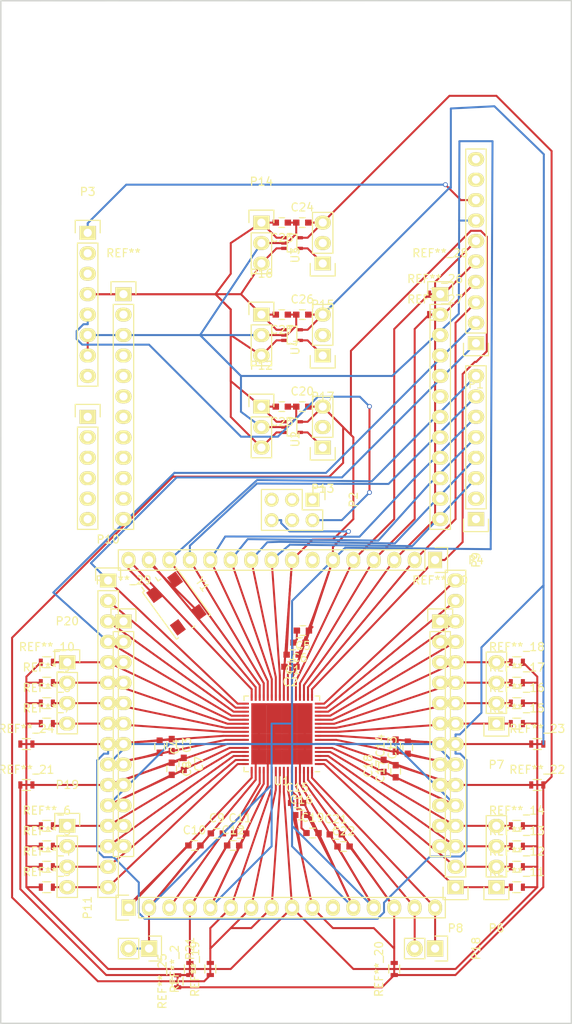
<source format=kicad_pcb>
(kicad_pcb (version 20171130) (host pcbnew "(5.1.12)-1")
  (layers (0 F.Cu signal) (31 B.Cu signal) (35 F.Paste user hide) (37 F.SilkS user hide) (39 F.Mask user hide) (44 Edge.Cuts user))
  (net 0 "")
  (net 1 _IO11)
  (net 2 IO12)
  (net 3 IO13)
  (net 4 AVSS)
  (net 5 AREF)
  (net 6 SDA)
  (net 7 SCL)
  (net 8 5V)
  (net 9 RESET)
  (net 10 IOREF)
  (net 11 3.3V)
  (net 12 VIN)
  (net 13 RX)
  (net 14 TX)
  (net 15 A0)
  (net 16 A1)
  (net 17 A2)
  (net 18 A3)
  (net 19 A4)
  (net 20 A5)
  (net 21 AUXAIN-)
  (net 22 AIN0-)
  (net 23 AIN1-)
  (net 24 AIN2-)
  (net 25 AIN3-)
  (net 26 AIN4-)
  (net 27 AIN5-)
  (net 28 AIN6-)
  (net 29 AIN7-)
  (net 30 AUXAIN+)
  (net 31 AIN0+)
  (net 32 AIN1+)
  (net 33 AIN2+)
  (net 34 AIN3+)
  (net 35 AIN4+)
  (net 36 AIN5+)
  (net 37 AIN6+)
  (net 38 AIN7+)
  (net 39 "Net-(C5-Pad2)")
  (net 40 AVDD)
  (net 41 "Net-(U2-Pad4)")
  (net 42 "Net-(U3-Pad4)")
  (net 43 "Net-(U4-Pad4)")
  (net 44 START)
  (net 45 ADC_RESET)
  (net 46 CS)
  (net 47 SCLK)
  (net 48 MCU_RESET)
  (net 49 DRDY)
  (net 50 DCLK)
  (net 51 DOUT0)
  (net 52 DOUT1)
  (net 53 DOUT2)
  (net 54 DOUT3)
  (net 55 CLK_SEL)
  (net 56 "Net-(P9-Pad7)")
  (net 57 "Net-(P11-Pad3)")
  (net 58 "Net-(P11-Pad11)")
  (net 59 GPIO0)
  (net 60 GPIO1)
  (net 61 GPIO2)
  (net 62 ALERT)
  (net 63 XTAL1)
  (net 64 XTAL2)
  (net 65 SYNC_OUT)
  (net 66 SYNC_IN)
  (net 67 REF_OUT)
  (net 68 VCM)
  (net 69 OUT_VREF)
  (net 70 "Net-(P13-Pad1)")
  (net 71 "Net-(P13-Pad2)")
  (net 72 "Net-(P15-Pad1)")
  (net 73 "Net-(P15-Pad2)")
  (net 74 "Net-(P17-Pad1)")
  (net 75 "Net-(P17-Pad2)")
  (net 76 "Net-(C9-Pad2)")
  (net 77 "Net-(C19-Pad1)")
  (net 78 MOSI)
  (net 79 MISO)
  (module Pin_Headers:Pin_Header_Straight_1x12 (layer F.Cu) (at 107.315 106.68)
    (fp_text reference REF**_30 (at 0 -5.1) (layer F.SilkS))
    (fp_text value Pin_Header_Straight_1x12)
    (pad 1 thru_hole rect (at 0 0) (size 2.032 1.7272) (drill 1.016) (layers *.Cu *.Mask F.SilkS))
    (pad 2 thru_hole oval (at 0 2.54) (size 2.032 1.7272) (drill 1.016) (layers *.Cu *.Mask F.SilkS))
    (pad 3 thru_hole oval (at 0 5.08) (size 2.032 1.7272) (drill 1.016) (layers *.Cu *.Mask F.SilkS))
    (pad 4 thru_hole oval (at 0 7.62) (size 2.032 1.7272) (drill 1.016) (layers *.Cu *.Mask F.SilkS))
    (pad 5 thru_hole oval (at 0 10.16) (size 2.032 1.7272) (drill 1.016) (layers *.Cu *.Mask F.SilkS))
    (pad 6 thru_hole oval (at 0 12.7) (size 2.032 1.7272) (drill 1.016) (layers *.Cu *.Mask F.SilkS))
    (pad 7 thru_hole oval (at 0 15.24) (size 2.032 1.7272) (drill 1.016) (layers *.Cu *.Mask F.SilkS))
    (pad 8 thru_hole oval (at 0 17.78) (size 2.032 1.7272) (drill 1.016) (layers *.Cu *.Mask F.SilkS))
    (pad 9 thru_hole oval (at 0 20.32) (size 2.032 1.7272) (drill 1.016) (layers *.Cu *.Mask F.SilkS))
    (pad 10 thru_hole oval (at 0 22.86) (size 2.032 1.7272) (drill 1.016) (layers *.Cu *.Mask F.SilkS))
    (pad 11 thru_hole oval (at 0 25.4) (size 2.032 1.7272) (drill 1.016) (layers *.Cu *.Mask F.SilkS))
    (pad 12 thru_hole oval (at 0 27.94) (size 2.032 1.7272) (drill 1.016) (layers *.Cu *.Mask F.SilkS))
  )
  (module Pin_Headers:Pin_Header_Straight_1x12 (layer F.Cu) (at 67.945 106.68)
    (fp_text reference REF**_29 (at 0 -5.1) (layer F.SilkS))
    (fp_text value Pin_Header_Straight_1x12)
    (pad 1 thru_hole rect (at 0 0) (size 2.032 1.7272) (drill 1.016) (layers *.Cu *.Mask F.SilkS))
    (pad 2 thru_hole oval (at 0 2.54) (size 2.032 1.7272) (drill 1.016) (layers *.Cu *.Mask F.SilkS))
    (pad 3 thru_hole oval (at 0 5.08) (size 2.032 1.7272) (drill 1.016) (layers *.Cu *.Mask F.SilkS))
    (pad 4 thru_hole oval (at 0 7.62) (size 2.032 1.7272) (drill 1.016) (layers *.Cu *.Mask F.SilkS))
    (pad 5 thru_hole oval (at 0 10.16) (size 2.032 1.7272) (drill 1.016) (layers *.Cu *.Mask F.SilkS))
    (pad 6 thru_hole oval (at 0 12.7) (size 2.032 1.7272) (drill 1.016) (layers *.Cu *.Mask F.SilkS))
    (pad 7 thru_hole oval (at 0 15.24) (size 2.032 1.7272) (drill 1.016) (layers *.Cu *.Mask F.SilkS))
    (pad 8 thru_hole oval (at 0 17.78) (size 2.032 1.7272) (drill 1.016) (layers *.Cu *.Mask F.SilkS))
    (pad 9 thru_hole oval (at 0 20.32) (size 2.032 1.7272) (drill 1.016) (layers *.Cu *.Mask F.SilkS))
    (pad 10 thru_hole oval (at 0 22.86) (size 2.032 1.7272) (drill 1.016) (layers *.Cu *.Mask F.SilkS))
    (pad 11 thru_hole oval (at 0 25.4) (size 2.032 1.7272) (drill 1.016) (layers *.Cu *.Mask F.SilkS))
    (pad 12 thru_hole oval (at 0 27.94) (size 2.032 1.7272) (drill 1.016) (layers *.Cu *.Mask F.SilkS))
  )
  (module Pin_Headers:Pin_Header_Straight_1x12 (layer F.Cu) (at 107.315 66.04)
    (fp_text reference REF**_28 (at 0 -5.1) (layer F.SilkS))
    (fp_text value Pin_Header_Straight_1x12)
    (pad 1 thru_hole rect (at 0 0) (size 2.032 1.7272) (drill 1.016) (layers *.Cu *.Mask F.SilkS))
    (pad 2 thru_hole oval (at 0 2.54) (size 2.032 1.7272) (drill 1.016) (layers *.Cu *.Mask F.SilkS))
    (pad 3 thru_hole oval (at 0 5.08) (size 2.032 1.7272) (drill 1.016) (layers *.Cu *.Mask F.SilkS))
    (pad 4 thru_hole oval (at 0 7.62) (size 2.032 1.7272) (drill 1.016) (layers *.Cu *.Mask F.SilkS))
    (pad 5 thru_hole oval (at 0 10.16) (size 2.032 1.7272) (drill 1.016) (layers *.Cu *.Mask F.SilkS))
    (pad 6 thru_hole oval (at 0 12.7) (size 2.032 1.7272) (drill 1.016) (layers *.Cu *.Mask F.SilkS))
    (pad 7 thru_hole oval (at 0 15.24) (size 2.032 1.7272) (drill 1.016) (layers *.Cu *.Mask F.SilkS))
    (pad 8 thru_hole oval (at 0 17.78) (size 2.032 1.7272) (drill 1.016) (layers *.Cu *.Mask F.SilkS))
    (pad 9 thru_hole oval (at 0 20.32) (size 2.032 1.7272) (drill 1.016) (layers *.Cu *.Mask F.SilkS))
    (pad 10 thru_hole oval (at 0 22.86) (size 2.032 1.7272) (drill 1.016) (layers *.Cu *.Mask F.SilkS))
    (pad 11 thru_hole oval (at 0 25.4) (size 2.032 1.7272) (drill 1.016) (layers *.Cu *.Mask F.SilkS))
    (pad 12 thru_hole oval (at 0 27.94) (size 2.032 1.7272) (drill 1.016) (layers *.Cu *.Mask F.SilkS))
  )
  (module Resistors_SMD:R_0603 (layer F.Cu) (at 106.68 68.58)
    (fp_text reference REF**_27 (at 0 -1.9) (layer F.SilkS))
    (fp_text value 0)
    (pad 1 smd rect (at -0.75 0) (size 0.5 0.9) (layers F.Cu F.Paste F.Mask))
    (pad 2 smd rect (at 0.75 0) (size 0.5 0.9) (layers F.Cu F.Paste F.Mask))
  )
  (module Resistors_SMD:R_0603 (layer F.Cu) (at 106.68 66.04)
    (fp_text reference REF**_26 (at 0 -1.9) (layer F.SilkS))
    (fp_text value 0)
    (pad 1 smd rect (at -0.75 0) (size 0.5 0.9) (layers F.Cu F.Paste F.Mask))
    (pad 2 smd rect (at 0.75 0) (size 0.5 0.9) (layers F.Cu F.Paste F.Mask))
  )
  (module Resistors_SMD:R_0603 (layer F.Cu) (at 74.676 151.384 90)
    (fp_text reference REF**_25 (at 0 -1.9 90) (layer F.SilkS))
    (fp_text value 0)
    (pad 1 smd rect (at -0.75 0 90) (size 0.5 0.9) (layers F.Cu F.Paste F.Mask))
    (pad 2 smd rect (at 0.75 0 90) (size 0.5 0.9) (layers F.Cu F.Paste F.Mask))
  )
  (module Pin_Headers:Pin_Header_Straight_1x02 (layer F.Cu) (at 71.12 147.32 270)
    (fp_text reference P21 (at 0 -5.1 270) (layer F.SilkS))
    (fp_text value GNDAIN)
    (pad 1 thru_hole rect (at 0 0 270) (size 2.032 2.032) (drill 1.016) (layers *.Cu *.Mask F.SilkS) (net 4 AVSS))
    (pad 2 thru_hole oval (at 0 2.54 270) (size 2.032 2.032) (drill 1.016) (layers *.Cu *.Mask F.SilkS) (net 4 AVSS))
  )
  (module Resistors_SMD:R_0603 (layer F.Cu) (at 55.88 121.92)
    (fp_text reference REF**_24 (at 0 -1.9) (layer F.SilkS))
    (fp_text value 0)
    (pad 1 smd rect (at -0.75 0) (size 0.5 0.9) (layers F.Cu F.Paste F.Mask))
    (pad 2 smd rect (at 0.75 0) (size 0.5 0.9) (layers F.Cu F.Paste F.Mask))
  )
  (module Resistors_SMD:R_0603 (layer F.Cu) (at 119.38 121.92)
    (fp_text reference REF**_23 (at 0 -1.9) (layer F.SilkS))
    (fp_text value 0)
    (pad 1 smd rect (at -0.75 0) (size 0.5 0.9) (layers F.Cu F.Paste F.Mask))
    (pad 2 smd rect (at 0.75 0) (size 0.5 0.9) (layers F.Cu F.Paste F.Mask))
  )
  (module Resistors_SMD:R_0603 (layer F.Cu) (at 119.38 127)
    (fp_text reference REF**_22 (at 0 -1.9) (layer F.SilkS))
    (fp_text value 0)
    (pad 1 smd rect (at -0.75 0) (size 0.5 0.9) (layers F.Cu F.Paste F.Mask))
    (pad 2 smd rect (at 0.75 0) (size 0.5 0.9) (layers F.Cu F.Paste F.Mask))
  )
  (module Resistors_SMD:R_0603 (layer F.Cu) (at 55.88 127)
    (fp_text reference REF**_21 (at 0 -1.9) (layer F.SilkS))
    (fp_text value 0)
    (pad 1 smd rect (at -0.75 0) (size 0.5 0.9) (layers F.Cu F.Paste F.Mask))
    (pad 2 smd rect (at 0.75 0) (size 0.5 0.9) (layers F.Cu F.Paste F.Mask))
  )
  (module Resistors_SMD:R_0603 (layer F.Cu) (at 101.6 149.86 90)
    (fp_text reference REF**_20 (at 0 -1.9 90) (layer F.SilkS))
    (fp_text value 0)
    (pad 1 smd rect (at -0.75 0 90) (size 0.5 0.9) (layers F.Cu F.Paste F.Mask))
    (pad 2 smd rect (at 0.75 0 90) (size 0.5 0.9) (layers F.Cu F.Paste F.Mask))
  )
  (module Resistors_SMD:R_0603 (layer F.Cu) (at 78.74 149.86 90)
    (fp_text reference REF**_19 (at 0 -1.9 90) (layer F.SilkS))
    (fp_text value 0)
    (pad 1 smd rect (at -0.75 0 90) (size 0.5 0.9) (layers F.Cu F.Paste F.Mask))
    (pad 2 smd rect (at 0.75 0 90) (size 0.5 0.9) (layers F.Cu F.Paste F.Mask))
  )
  (module Resistors_SMD:R_0603 (layer F.Cu) (at 116.84 111.76)
    (fp_text reference REF**_18 (at 0 -1.9) (layer F.SilkS))
    (fp_text value 1k)
    (pad 1 smd rect (at -0.75 0) (size 0.5 0.9) (layers F.Cu F.Paste F.Mask))
    (pad 2 smd rect (at 0.75 0) (size 0.5 0.9) (layers F.Cu F.Paste F.Mask))
  )
  (module Resistors_SMD:R_0603 (layer F.Cu) (at 116.84 114.3)
    (fp_text reference REF**_17 (at 0 -1.9) (layer F.SilkS))
    (fp_text value 1k)
    (pad 1 smd rect (at -0.75 0) (size 0.5 0.9) (layers F.Cu F.Paste F.Mask))
    (pad 2 smd rect (at 0.75 0) (size 0.5 0.9) (layers F.Cu F.Paste F.Mask))
  )
  (module Resistors_SMD:R_0603 (layer F.Cu) (at 116.84 116.84)
    (fp_text reference REF**_16 (at 0 -1.9) (layer F.SilkS))
    (fp_text value 1k)
    (pad 1 smd rect (at -0.75 0) (size 0.5 0.9) (layers F.Cu F.Paste F.Mask))
    (pad 2 smd rect (at 0.75 0) (size 0.5 0.9) (layers F.Cu F.Paste F.Mask))
  )
  (module Resistors_SMD:R_0603 (layer F.Cu) (at 116.84 119.38)
    (fp_text reference REF**_15 (at 0 -1.9) (layer F.SilkS))
    (fp_text value 1k)
    (pad 1 smd rect (at -0.75 0) (size 0.5 0.9) (layers F.Cu F.Paste F.Mask))
    (pad 2 smd rect (at 0.75 0) (size 0.5 0.9) (layers F.Cu F.Paste F.Mask))
  )
  (module Resistors_SMD:R_0603 (layer F.Cu) (at 116.84 132.08)
    (fp_text reference REF**_14 (at 0 -1.9) (layer F.SilkS))
    (fp_text value 1k)
    (pad 1 smd rect (at -0.75 0) (size 0.5 0.9) (layers F.Cu F.Paste F.Mask))
    (pad 2 smd rect (at 0.75 0) (size 0.5 0.9) (layers F.Cu F.Paste F.Mask))
  )
  (module Resistors_SMD:R_0603 (layer F.Cu) (at 116.84 134.62)
    (fp_text reference REF**_13 (at 0 -1.9) (layer F.SilkS))
    (fp_text value 1k)
    (pad 1 smd rect (at -0.75 0) (size 0.5 0.9) (layers F.Cu F.Paste F.Mask))
    (pad 2 smd rect (at 0.75 0) (size 0.5 0.9) (layers F.Cu F.Paste F.Mask))
  )
  (module Resistors_SMD:R_0603 (layer F.Cu) (at 116.84 137.16)
    (fp_text reference REF**_12 (at 0 -1.9) (layer F.SilkS))
    (fp_text value 1k)
    (pad 1 smd rect (at -0.75 0) (size 0.5 0.9) (layers F.Cu F.Paste F.Mask))
    (pad 2 smd rect (at 0.75 0) (size 0.5 0.9) (layers F.Cu F.Paste F.Mask))
  )
  (module Resistors_SMD:R_0603 (layer F.Cu) (at 116.84 139.7)
    (fp_text reference REF**_11 (at 0 -1.9) (layer F.SilkS))
    (fp_text value 1k)
    (pad 1 smd rect (at -0.75 0) (size 0.5 0.9) (layers F.Cu F.Paste F.Mask))
    (pad 2 smd rect (at 0.75 0) (size 0.5 0.9) (layers F.Cu F.Paste F.Mask))
  )
  (module Resistors_SMD:R_0603 (layer F.Cu) (at 58.42 111.76)
    (fp_text reference REF**_10 (at 0 -1.9) (layer F.SilkS))
    (fp_text value 1k)
    (pad 1 smd rect (at -0.75 0) (size 0.5 0.9) (layers F.Cu F.Paste F.Mask))
    (pad 2 smd rect (at 0.75 0) (size 0.5 0.9) (layers F.Cu F.Paste F.Mask))
  )
  (module Resistors_SMD:R_0603 (layer F.Cu) (at 58.42 114.3)
    (fp_text reference REF**_9 (at 0 -1.9) (layer F.SilkS))
    (fp_text value 1k)
    (pad 1 smd rect (at -0.75 0) (size 0.5 0.9) (layers F.Cu F.Paste F.Mask))
    (pad 2 smd rect (at 0.75 0) (size 0.5 0.9) (layers F.Cu F.Paste F.Mask))
  )
  (module Resistors_SMD:R_0603 (layer F.Cu) (at 58.42 116.84)
    (fp_text reference REF**_8 (at 0 -1.9) (layer F.SilkS))
    (fp_text value 1k)
    (pad 1 smd rect (at -0.75 0) (size 0.5 0.9) (layers F.Cu F.Paste F.Mask))
    (pad 2 smd rect (at 0.75 0) (size 0.5 0.9) (layers F.Cu F.Paste F.Mask))
  )
  (module Resistors_SMD:R_0603 (layer F.Cu) (at 58.42 119.38)
    (fp_text reference REF**_7 (at 0 -1.9) (layer F.SilkS))
    (fp_text value 1k)
    (pad 1 smd rect (at -0.75 0) (size 0.5 0.9) (layers F.Cu F.Paste F.Mask))
    (pad 2 smd rect (at 0.75 0) (size 0.5 0.9) (layers F.Cu F.Paste F.Mask))
  )
  (module Resistors_SMD:R_0603 (layer F.Cu) (at 58.42 132.08)
    (fp_text reference REF**_6 (at 0 -1.9) (layer F.SilkS))
    (fp_text value 1k)
    (pad 1 smd rect (at -0.75 0) (size 0.5 0.9) (layers F.Cu F.Paste F.Mask))
    (pad 2 smd rect (at 0.75 0) (size 0.5 0.9) (layers F.Cu F.Paste F.Mask))
  )
  (module Resistors_SMD:R_0603 (layer F.Cu) (at 58.42 134.62)
    (fp_text reference REF**_5 (at 0 -1.9) (layer F.SilkS))
    (fp_text value 1k)
    (pad 1 smd rect (at -0.75 0) (size 0.5 0.9) (layers F.Cu F.Paste F.Mask))
    (pad 2 smd rect (at 0.75 0) (size 0.5 0.9) (layers F.Cu F.Paste F.Mask))
  )
  (module Resistors_SMD:R_0603 (layer F.Cu) (at 58.42 137.16)
    (fp_text reference REF**_4 (at 0 -1.9) (layer F.SilkS))
    (fp_text value 1k)
    (pad 1 smd rect (at -0.75 0) (size 0.5 0.9) (layers F.Cu F.Paste F.Mask))
    (pad 2 smd rect (at 0.75 0) (size 0.5 0.9) (layers F.Cu F.Paste F.Mask))
  )
  (module Pin_Headers:Pin_Header_Straight_1x04 (layer F.Cu) (at 60.96 111.76)
    (fp_text reference P20 (at 0 -5.1) (layer F.SilkS))
    (fp_text value AIN67)
    (pad 1 thru_hole rect (at 0 0) (size 2.032 1.7272) (drill 1.016) (layers *.Cu *.Mask F.SilkS) (net 38 AIN7+))
    (pad 2 thru_hole oval (at 0 2.54) (size 2.032 1.7272) (drill 1.016) (layers *.Cu *.Mask F.SilkS) (net 29 AIN7-))
    (pad 3 thru_hole oval (at 0 5.08) (size 2.032 1.7272) (drill 1.016) (layers *.Cu *.Mask F.SilkS) (net 37 AIN6+))
    (pad 4 thru_hole oval (at 0 7.62) (size 2.032 1.7272) (drill 1.016) (layers *.Cu *.Mask F.SilkS) (net 28 AIN6-))
  )
  (module Pin_Headers:Pin_Header_Straight_1x04 (layer F.Cu) (at 60.96 132.08)
    (fp_text reference P19 (at 0 -5.1) (layer F.SilkS))
    (fp_text value AIN45)
    (pad 1 thru_hole rect (at 0 0) (size 2.032 1.7272) (drill 1.016) (layers *.Cu *.Mask F.SilkS) (net 36 AIN5+))
    (pad 2 thru_hole oval (at 0 2.54) (size 2.032 1.7272) (drill 1.016) (layers *.Cu *.Mask F.SilkS) (net 27 AIN5-))
    (pad 3 thru_hole oval (at 0 5.08) (size 2.032 1.7272) (drill 1.016) (layers *.Cu *.Mask F.SilkS) (net 35 AIN4+))
    (pad 4 thru_hole oval (at 0 7.62) (size 2.032 1.7272) (drill 1.016) (layers *.Cu *.Mask F.SilkS) (net 26 AIN4-))
  )
  (module Pin_Headers:Pin_Header_Straight_1x04 (layer F.Cu) (at 114.3 139.7 180)
    (fp_text reference P6 (at 0 -5.1 180) (layer F.SilkS))
    (fp_text value AIN01)
    (pad 1 thru_hole rect (at 0 0 180) (size 2.032 1.7272) (drill 1.016) (layers *.Cu *.Mask F.SilkS) (net 22 AIN0-))
    (pad 2 thru_hole oval (at 0 2.54 180) (size 2.032 1.7272) (drill 1.016) (layers *.Cu *.Mask F.SilkS) (net 31 AIN0+))
    (pad 3 thru_hole oval (at 0 5.08 180) (size 2.032 1.7272) (drill 1.016) (layers *.Cu *.Mask F.SilkS) (net 23 AIN1-))
    (pad 4 thru_hole oval (at 0 7.62 180) (size 2.032 1.7272) (drill 1.016) (layers *.Cu *.Mask F.SilkS) (net 32 AIN1+))
  )
  (module LFCSP-64-1EP_9x9mm_Pitch0.5mm (layer F.Cu) (at 87.63 120.65 180)
    (fp_text reference U1 (at 0 -5.875 180) (layer F.SilkS))
    (fp_text value AD7779)
    (pad 1 smd rect (at -4.5 -3.75 180) (size 0.8 0.25) (layers F.Cu F.Paste F.Mask) (net 22 AIN0-))
    (pad 2 smd rect (at -4.5 -3.25 180) (size 0.8 0.25) (layers F.Cu F.Paste F.Mask) (net 31 AIN0+))
    (pad 3 smd rect (at -4.5 -2.75 180) (size 0.8 0.25) (layers F.Cu F.Paste F.Mask) (net 23 AIN1-))
    (pad 4 smd rect (at -4.5 -2.25 180) (size 0.8 0.25) (layers F.Cu F.Paste F.Mask) (net 32 AIN1+))
    (pad 5 smd rect (at -4.5 -1.75 180) (size 0.8 0.25) (layers F.Cu F.Paste F.Mask) (net 4 AVSS))
    (pad 6 smd rect (at -4.5 -1.25 180) (size 0.8 0.25) (layers F.Cu F.Paste F.Mask) (net 40 AVDD))
    (pad 7 smd rect (at -4.5 -0.75 180) (size 0.8 0.25) (layers F.Cu F.Paste F.Mask) (net 4 AVSS))
    (pad 8 smd rect (at -4.5 -0.25 180) (size 0.8 0.25) (layers F.Cu F.Paste F.Mask) (net 69 OUT_VREF))
    (pad 9 smd rect (at -4.5 0.25 180) (size 0.8 0.25) (layers F.Cu F.Paste F.Mask) (net 24 AIN2-))
    (pad 10 smd rect (at -4.5 0.75 180) (size 0.8 0.25) (layers F.Cu F.Paste F.Mask) (net 33 AIN2+))
    (pad 11 smd rect (at -4.5 1.25 180) (size 0.8 0.25) (layers F.Cu F.Paste F.Mask) (net 25 AIN3-))
    (pad 12 smd rect (at -4.5 1.75 180) (size 0.8 0.25) (layers F.Cu F.Paste F.Mask) (net 34 AIN3+))
    (pad 13 smd rect (at -4.5 2.25 180) (size 0.8 0.25) (layers F.Cu F.Paste F.Mask) (net 59 GPIO0))
    (pad 14 smd rect (at -4.5 2.75 180) (size 0.8 0.25) (layers F.Cu F.Paste F.Mask) (net 60 GPIO1))
    (pad 15 smd rect (at -4.5 3.25 180) (size 0.8 0.25) (layers F.Cu F.Paste F.Mask) (net 61 GPIO2))
    (pad 16 smd rect (at -4.5 3.75 180) (size 0.8 0.25) (layers F.Cu F.Paste F.Mask) (net 62 ALERT))
    (pad 17 smd rect (at -3.75 4.5 270) (size 0.8 0.25) (layers F.Cu F.Paste F.Mask) (net 55 CLK_SEL))
    (pad 18 smd rect (at -3.25 4.5 270) (size 0.8 0.25) (layers F.Cu F.Paste F.Mask) (net 46 CS))
    (pad 19 smd rect (at -2.75 4.5 270) (size 0.8 0.25) (layers F.Cu F.Paste F.Mask) (net 47 SCLK))
    (pad 20 smd rect (at -2.25 4.5 270) (size 0.8 0.25) (layers F.Cu F.Paste F.Mask) (net 78 MOSI))
    (pad 21 smd rect (at -1.75 4.5 270) (size 0.8 0.25) (layers F.Cu F.Paste F.Mask) (net 79 MISO))
    (pad 22 smd rect (at -1.25 4.5 270) (size 0.8 0.25) (layers F.Cu F.Paste F.Mask) (net 4 AVSS))
    (pad 23 smd rect (at -0.75 4.5 270) (size 0.8 0.25) (layers F.Cu F.Paste F.Mask) (net 39 "Net-(C5-Pad2)"))
    (pad 24 smd rect (at -0.25 4.5 270) (size 0.8 0.25) (layers F.Cu F.Paste F.Mask) (net 55 CLK_SEL))
    (pad 25 smd rect (at 0.25 4.5 270) (size 0.8 0.25) (layers F.Cu F.Paste F.Mask) (net 54 DOUT3))
    (pad 26 smd rect (at 0.75 4.5 270) (size 0.8 0.25) (layers F.Cu F.Paste F.Mask) (net 53 DOUT2))
    (pad 27 smd rect (at 1.25 4.5 270) (size 0.8 0.25) (layers F.Cu F.Paste F.Mask) (net 52 DOUT1))
    (pad 28 smd rect (at 1.75 4.5 270) (size 0.8 0.25) (layers F.Cu F.Paste F.Mask) (net 51 DOUT0))
    (pad 29 smd rect (at 2.25 4.5 270) (size 0.8 0.25) (layers F.Cu F.Paste F.Mask) (net 50 DCLK))
    (pad 30 smd rect (at 2.75 4.5 270) (size 0.8 0.25) (layers F.Cu F.Paste F.Mask) (net 49 DRDY))
    (pad 31 smd rect (at 3.25 4.5 270) (size 0.8 0.25) (layers F.Cu F.Paste F.Mask) (net 63 XTAL1))
    (pad 32 smd rect (at 3.75 4.5 270) (size 0.8 0.25) (layers F.Cu F.Paste F.Mask) (net 64 XTAL2))
    (pad 33 smd rect (at 4.5 3.75 180) (size 0.8 0.25) (layers F.Cu F.Paste F.Mask) (net 44 START))
    (pad 34 smd rect (at 4.5 3.25 180) (size 0.8 0.25) (layers F.Cu F.Paste F.Mask) (net 65 SYNC_OUT))
    (pad 35 smd rect (at 4.5 2.75 180) (size 0.8 0.25) (layers F.Cu F.Paste F.Mask) (net 66 SYNC_IN))
    (pad 36 smd rect (at 4.5 2.25 180) (size 0.8 0.25) (layers F.Cu F.Paste F.Mask) (net 45 ADC_RESET))
    (pad 37 smd rect (at 4.5 1.75 180) (size 0.8 0.25) (layers F.Cu F.Paste F.Mask) (net 38 AIN7+))
    (pad 38 smd rect (at 4.5 1.25 180) (size 0.8 0.25) (layers F.Cu F.Paste F.Mask) (net 29 AIN7-))
    (pad 39 smd rect (at 4.5 0.75 180) (size 0.8 0.25) (layers F.Cu F.Paste F.Mask) (net 37 AIN6+))
    (pad 40 smd rect (at 4.5 0.25 180) (size 0.8 0.25) (layers F.Cu F.Paste F.Mask) (net 28 AIN6-))
    (pad 41 smd rect (at 4.5 -0.25 180) (size 0.8 0.25) (layers F.Cu F.Paste F.Mask) (net 69 OUT_VREF))
    (pad 42 smd rect (at 4.5 -0.75 180) (size 0.8 0.25) (layers F.Cu F.Paste F.Mask) (net 4 AVSS))
    (pad 43 smd rect (at 4.5 -1.25 180) (size 0.8 0.25) (layers F.Cu F.Paste F.Mask) (net 40 AVDD))
    (pad 44 smd rect (at 4.5 -1.75 180) (size 0.8 0.25) (layers F.Cu F.Paste F.Mask) (net 4 AVSS))
    (pad 45 smd rect (at 4.5 -2.25 180) (size 0.8 0.25) (layers F.Cu F.Paste F.Mask) (net 36 AIN5+))
    (pad 46 smd rect (at 4.5 -2.75 180) (size 0.8 0.25) (layers F.Cu F.Paste F.Mask) (net 27 AIN5-))
    (pad 47 smd rect (at 4.5 -3.25 180) (size 0.8 0.25) (layers F.Cu F.Paste F.Mask) (net 35 AIN4+))
    (pad 48 smd rect (at 4.5 -3.75 180) (size 0.8 0.25) (layers F.Cu F.Paste F.Mask) (net 26 AIN4-))
    (pad 49 smd rect (at 3.75 -4.5 270) (size 0.8 0.25) (layers F.Cu F.Paste F.Mask) (net 67 REF_OUT))
    (pad 50 smd rect (at 3.25 -4.5 270) (size 0.8 0.25) (layers F.Cu F.Paste F.Mask) (net 4 AVSS))
    (pad 51 smd rect (at 2.75 -4.5 270) (size 0.8 0.25) (layers F.Cu F.Paste F.Mask) (net 76 "Net-(C9-Pad2)"))
    (pad 52 smd rect (at 2.25 -4.5 270) (size 0.8 0.25) (layers F.Cu F.Paste F.Mask) (net 40 AVDD))
    (pad 53 smd rect (at 1.75 -4.5 270) (size 0.8 0.25) (layers F.Cu F.Paste F.Mask) (net 4 AVSS))
    (pad 54 smd rect (at 1.25 -4.5 270) (size 0.8 0.25) (layers F.Cu F.Paste F.Mask) (net 55 CLK_SEL))
    (pad 55 smd rect (at 0.75 -4.5 270) (size 0.8 0.25) (layers F.Cu F.Paste F.Mask) (net 55 CLK_SEL))
    (pad 56 smd rect (at 0.25 -4.5 270) (size 0.8 0.25) (layers F.Cu F.Paste F.Mask) (net 55 CLK_SEL))
    (pad 57 smd rect (at -0.25 -4.5 270) (size 0.8 0.25) (layers F.Cu F.Paste F.Mask) (net 68 VCM))
    (pad 58 smd rect (at -0.75 -4.5 270) (size 0.8 0.25) (layers F.Cu F.Paste F.Mask) (net 40 AVDD))
    (pad 59 smd rect (at -1.25 -4.5 270) (size 0.8 0.25) (layers F.Cu F.Paste F.Mask) (net 77 "Net-(C19-Pad1)"))
    (pad 60 smd rect (at -1.75 -4.5 270) (size 0.8 0.25) (layers F.Cu F.Paste F.Mask) (net 4 AVSS))
    (pad 61 smd rect (at -2.25 -4.5 270) (size 0.8 0.25) (layers F.Cu F.Paste F.Mask) (net 4 AVSS))
    (pad 62 smd rect (at -2.75 -4.5 270) (size 0.8 0.25) (layers F.Cu F.Paste F.Mask) (net 40 AVDD))
    (pad 63 smd rect (at -3.25 -4.5 270) (size 0.8 0.25) (layers F.Cu F.Paste F.Mask) (net 30 AUXAIN+))
    (pad 64 smd rect (at -3.75 -4.5 270) (size 0.8 0.25) (layers F.Cu F.Paste F.Mask) (net 21 AUXAIN-))
    (pad 65 smd rect (at 2.85 2.85 180) (size 1.9 1.9) (layers F.Cu F.Paste F.Mask) (net 4 AVSS))
    (pad 65 smd rect (at 2.85 0.95 180) (size 1.9 1.9) (layers F.Cu F.Paste F.Mask) (net 4 AVSS))
    (pad 65 smd rect (at 2.85 -0.95 180) (size 1.9 1.9) (layers F.Cu F.Paste F.Mask) (net 4 AVSS))
    (pad 65 smd rect (at 2.85 -2.85 180) (size 1.9 1.9) (layers F.Cu F.Paste F.Mask) (net 4 AVSS))
    (pad 65 smd rect (at 0.95 2.85 180) (size 1.9 1.9) (layers F.Cu F.Paste F.Mask) (net 4 AVSS))
    (pad 65 smd rect (at 0.95 0.95 180) (size 1.9 1.9) (layers F.Cu F.Paste F.Mask) (net 4 AVSS))
    (pad 65 smd rect (at 0.95 -0.95 180) (size 1.9 1.9) (layers F.Cu F.Paste F.Mask) (net 4 AVSS))
    (pad 65 smd rect (at 0.95 -2.85 180) (size 1.9 1.9) (layers F.Cu F.Paste F.Mask) (net 4 AVSS))
    (pad 65 smd rect (at -0.95 2.85 180) (size 1.9 1.9) (layers F.Cu F.Paste F.Mask) (net 4 AVSS))
    (pad 65 smd rect (at -0.95 0.95 180) (size 1.9 1.9) (layers F.Cu F.Paste F.Mask) (net 4 AVSS))
    (pad 65 smd rect (at -0.95 -0.95 180) (size 1.9 1.9) (layers F.Cu F.Paste F.Mask) (net 4 AVSS))
    (pad 65 smd rect (at -0.95 -2.85 180) (size 1.9 1.9) (layers F.Cu F.Paste F.Mask) (net 4 AVSS))
    (pad 65 smd rect (at -2.85 2.85 180) (size 1.9 1.9) (layers F.Cu F.Paste F.Mask) (net 4 AVSS))
    (pad 65 smd rect (at -2.85 0.95 180) (size 1.9 1.9) (layers F.Cu F.Paste F.Mask) (net 4 AVSS))
    (pad 65 smd rect (at -2.85 -0.95 180) (size 1.9 1.9) (layers F.Cu F.Paste F.Mask) (net 4 AVSS))
    (pad 65 smd rect (at -2.85 -2.85 180) (size 1.9 1.9) (layers F.Cu F.Paste F.Mask) (net 4 AVSS))
  )
  (module Pin_Headers:Pin_Header_Straight_1x03 (layer F.Cu) (at 92.71 73.66 180)
    (fp_text reference P17 (at 0 -5.1 180) (layer F.SilkS))
    (fp_text value CONN_01X03)
    (pad 1 thru_hole rect (at 0 0 180) (size 2.032 1.7272) (drill 1.016) (layers *.Cu *.Mask F.SilkS) (net 74 "Net-(P17-Pad1)"))
    (pad 2 thru_hole oval (at 0 2.54 180) (size 2.032 1.7272) (drill 1.016) (layers *.Cu *.Mask F.SilkS) (net 75 "Net-(P17-Pad2)"))
    (pad 3 thru_hole oval (at 0 5.08 180) (size 2.032 1.7272) (drill 1.016) (layers *.Cu *.Mask F.SilkS) (net 69 OUT_VREF))
  )
  (module Pin_Headers:Pin_Header_Straight_1x03 (layer F.Cu) (at 85.09 68.58)
    (fp_text reference P16 (at 0 -5.1) (layer F.SilkS))
    (fp_text value CONN_01X03)
    (pad 1 thru_hole rect (at 0 0) (size 2.032 1.7272) (drill 1.016) (layers *.Cu *.Mask F.SilkS) (net 11 3.3V))
    (pad 2 thru_hole oval (at 0 2.54) (size 2.032 1.7272) (drill 1.016) (layers *.Cu *.Mask F.SilkS) (net 4 AVSS))
    (pad 3 thru_hole oval (at 0 5.08) (size 2.032 1.7272) (drill 1.016) (layers *.Cu *.Mask F.SilkS) (net 11 3.3V))
  )
  (module Pin_Headers:Pin_Header_Straight_1x03 (layer F.Cu) (at 92.71 62.23 180)
    (fp_text reference P15 (at 0 -5.1 180) (layer F.SilkS))
    (fp_text value CONN_01X03)
    (pad 1 thru_hole rect (at 0 0 180) (size 2.032 1.7272) (drill 1.016) (layers *.Cu *.Mask F.SilkS) (net 72 "Net-(P15-Pad1)"))
    (pad 2 thru_hole oval (at 0 2.54 180) (size 2.032 1.7272) (drill 1.016) (layers *.Cu *.Mask F.SilkS) (net 73 "Net-(P15-Pad2)"))
    (pad 3 thru_hole oval (at 0 5.08 180) (size 2.032 1.7272) (drill 1.016) (layers *.Cu *.Mask F.SilkS) (net 40 AVDD))
  )
  (module Pin_Headers:Pin_Header_Straight_1x03 (layer F.Cu) (at 85.09 57.15)
    (fp_text reference P14 (at 0 -5.1) (layer F.SilkS))
    (fp_text value CONN_01X03)
    (pad 1 thru_hole rect (at 0 0) (size 2.032 1.7272) (drill 1.016) (layers *.Cu *.Mask F.SilkS) (net 11 3.3V))
    (pad 2 thru_hole oval (at 0 2.54) (size 2.032 1.7272) (drill 1.016) (layers *.Cu *.Mask F.SilkS) (net 4 AVSS))
    (pad 3 thru_hole oval (at 0 5.08) (size 2.032 1.7272) (drill 1.016) (layers *.Cu *.Mask F.SilkS) (net 11 3.3V))
  )
  (module Pin_Headers:Pin_Header_Straight_1x03 (layer F.Cu) (at 92.71 85.09 180)
    (fp_text reference P13 (at 0 -5.1 180) (layer F.SilkS))
    (fp_text value CONN_01X03)
    (pad 1 thru_hole rect (at 0 0 180) (size 2.032 1.7272) (drill 1.016) (layers *.Cu *.Mask F.SilkS) (net 70 "Net-(P13-Pad1)"))
    (pad 2 thru_hole oval (at 0 2.54 180) (size 2.032 1.7272) (drill 1.016) (layers *.Cu *.Mask F.SilkS) (net 71 "Net-(P13-Pad2)"))
    (pad 3 thru_hole oval (at 0 5.08 180) (size 2.032 1.7272) (drill 1.016) (layers *.Cu *.Mask F.SilkS) (net 55 CLK_SEL))
  )
  (module Pin_Headers:Pin_Header_Straight_1x16 (layer F.Cu) (at 68.58 142.24 90)
    (fp_text reference P11 (at 0 -5.1 90) (layer F.SilkS))
    (fp_text value CONN_01X16)
    (pad 1 thru_hole rect (at 0 0 90) (size 2.032 1.7272) (drill 1.016) (layers *.Cu *.Mask F.SilkS) (net 67 REF_OUT))
    (pad 2 thru_hole oval (at 0 2.54 90) (size 2.032 1.7272) (drill 1.016) (layers *.Cu *.Mask F.SilkS) (net 4 AVSS))
    (pad 3 thru_hole oval (at 0 5.08 90) (size 2.032 1.7272) (drill 1.016) (layers *.Cu *.Mask F.SilkS) (net 57 "Net-(P11-Pad3)"))
    (pad 4 thru_hole oval (at 0 7.62 90) (size 2.032 1.7272) (drill 1.016) (layers *.Cu *.Mask F.SilkS) (net 40 AVDD))
    (pad 5 thru_hole oval (at 0 10.16 90) (size 2.032 1.7272) (drill 1.016) (layers *.Cu *.Mask F.SilkS) (net 4 AVSS))
    (pad 6 thru_hole oval (at 0 12.7 90) (size 2.032 1.7272) (drill 1.016) (layers *.Cu *.Mask F.SilkS) (net 55 CLK_SEL))
    (pad 7 thru_hole oval (at 0 15.24 90) (size 2.032 1.7272) (drill 1.016) (layers *.Cu *.Mask F.SilkS) (net 55 CLK_SEL))
    (pad 8 thru_hole oval (at 0 17.78 90) (size 2.032 1.7272) (drill 1.016) (layers *.Cu *.Mask F.SilkS) (net 55 CLK_SEL))
    (pad 9 thru_hole oval (at 0 20.32 90) (size 2.032 1.7272) (drill 1.016) (layers *.Cu *.Mask F.SilkS) (net 68 VCM))
    (pad 10 thru_hole oval (at 0 22.86 90) (size 2.032 1.7272) (drill 1.016) (layers *.Cu *.Mask F.SilkS) (net 40 AVDD))
    (pad 11 thru_hole oval (at 0 25.4 90) (size 2.032 1.7272) (drill 1.016) (layers *.Cu *.Mask F.SilkS) (net 58 "Net-(P11-Pad11)"))
    (pad 12 thru_hole oval (at 0 27.94 90) (size 2.032 1.7272) (drill 1.016) (layers *.Cu *.Mask F.SilkS) (net 4 AVSS))
    (pad 13 thru_hole oval (at 0 30.48 90) (size 2.032 1.7272) (drill 1.016) (layers *.Cu *.Mask F.SilkS) (net 4 AVSS))
    (pad 14 thru_hole oval (at 0 33.02 90) (size 2.032 1.7272) (drill 1.016) (layers *.Cu *.Mask F.SilkS) (net 40 AVDD))
    (pad 15 thru_hole oval (at 0 35.56 90) (size 2.032 1.7272) (drill 1.016) (layers *.Cu *.Mask F.SilkS) (net 30 AUXAIN+))
    (pad 16 thru_hole oval (at 0 38.1 90) (size 2.032 1.7272) (drill 1.016) (layers *.Cu *.Mask F.SilkS) (net 21 AUXAIN-))
  )
  (module Pin_Headers:Pin_Header_Straight_1x16 (layer F.Cu) (at 66.04 101.6)
    (fp_text reference P10 (at 0 -5.1) (layer F.SilkS))
    (fp_text value CONN_01X16)
    (pad 1 thru_hole rect (at 0 0) (size 2.032 1.7272) (drill 1.016) (layers *.Cu *.Mask F.SilkS) (net 44 START))
    (pad 2 thru_hole oval (at 0 2.54) (size 2.032 1.7272) (drill 1.016) (layers *.Cu *.Mask F.SilkS) (net 65 SYNC_OUT))
    (pad 3 thru_hole oval (at 0 5.08) (size 2.032 1.7272) (drill 1.016) (layers *.Cu *.Mask F.SilkS) (net 66 SYNC_IN))
    (pad 4 thru_hole oval (at 0 7.62) (size 2.032 1.7272) (drill 1.016) (layers *.Cu *.Mask F.SilkS) (net 45 ADC_RESET))
    (pad 5 thru_hole oval (at 0 10.16) (size 2.032 1.7272) (drill 1.016) (layers *.Cu *.Mask F.SilkS) (net 38 AIN7+))
    (pad 6 thru_hole oval (at 0 12.7) (size 2.032 1.7272) (drill 1.016) (layers *.Cu *.Mask F.SilkS) (net 29 AIN7-))
    (pad 7 thru_hole oval (at 0 15.24) (size 2.032 1.7272) (drill 1.016) (layers *.Cu *.Mask F.SilkS) (net 37 AIN6+))
    (pad 8 thru_hole oval (at 0 17.78) (size 2.032 1.7272) (drill 1.016) (layers *.Cu *.Mask F.SilkS) (net 28 AIN6-))
    (pad 9 thru_hole oval (at 0 20.32) (size 2.032 1.7272) (drill 1.016) (layers *.Cu *.Mask F.SilkS) (net 69 OUT_VREF))
    (pad 10 thru_hole oval (at 0 22.86) (size 2.032 1.7272) (drill 1.016) (layers *.Cu *.Mask F.SilkS) (net 4 AVSS))
    (pad 11 thru_hole oval (at 0 25.4) (size 2.032 1.7272) (drill 1.016) (layers *.Cu *.Mask F.SilkS) (net 40 AVDD))
    (pad 12 thru_hole oval (at 0 27.94) (size 2.032 1.7272) (drill 1.016) (layers *.Cu *.Mask F.SilkS) (net 4 AVSS))
    (pad 13 thru_hole oval (at 0 30.48) (size 2.032 1.7272) (drill 1.016) (layers *.Cu *.Mask F.SilkS) (net 36 AIN5+))
    (pad 14 thru_hole oval (at 0 33.02) (size 2.032 1.7272) (drill 1.016) (layers *.Cu *.Mask F.SilkS) (net 27 AIN5-))
    (pad 15 thru_hole oval (at 0 35.56) (size 2.032 1.7272) (drill 1.016) (layers *.Cu *.Mask F.SilkS) (net 35 AIN4+))
    (pad 16 thru_hole oval (at 0 38.1) (size 2.032 1.7272) (drill 1.016) (layers *.Cu *.Mask F.SilkS) (net 26 AIN4-))
  )
  (module Pin_Headers:Pin_Header_Straight_1x16 (layer F.Cu) (at 106.68 99.06 270)
    (fp_text reference P9 (at 0 -5.1 270) (layer F.SilkS))
    (fp_text value CONN_01X16)
    (pad 1 thru_hole rect (at 0 0 270) (size 2.032 1.7272) (drill 1.016) (layers *.Cu *.Mask F.SilkS) (net 55 CLK_SEL))
    (pad 2 thru_hole oval (at 0 2.54 270) (size 2.032 1.7272) (drill 1.016) (layers *.Cu *.Mask F.SilkS) (net 46 CS))
    (pad 3 thru_hole oval (at 0 5.08 270) (size 2.032 1.7272) (drill 1.016) (layers *.Cu *.Mask F.SilkS) (net 47 SCLK))
    (pad 4 thru_hole oval (at 0 7.62 270) (size 2.032 1.7272) (drill 1.016) (layers *.Cu *.Mask F.SilkS) (net 78 MOSI))
    (pad 5 thru_hole oval (at 0 10.16 270) (size 2.032 1.7272) (drill 1.016) (layers *.Cu *.Mask F.SilkS) (net 79 MISO))
    (pad 6 thru_hole oval (at 0 12.7 270) (size 2.032 1.7272) (drill 1.016) (layers *.Cu *.Mask F.SilkS) (net 4 AVSS))
    (pad 7 thru_hole oval (at 0 15.24 270) (size 2.032 1.7272) (drill 1.016) (layers *.Cu *.Mask F.SilkS) (net 56 "Net-(P9-Pad7)"))
    (pad 8 thru_hole oval (at 0 17.78 270) (size 2.032 1.7272) (drill 1.016) (layers *.Cu *.Mask F.SilkS) (net 55 CLK_SEL))
    (pad 9 thru_hole oval (at 0 20.32 270) (size 2.032 1.7272) (drill 1.016) (layers *.Cu *.Mask F.SilkS) (net 54 DOUT3))
    (pad 10 thru_hole oval (at 0 22.86 270) (size 2.032 1.7272) (drill 1.016) (layers *.Cu *.Mask F.SilkS) (net 53 DOUT2))
    (pad 11 thru_hole oval (at 0 25.4 270) (size 2.032 1.7272) (drill 1.016) (layers *.Cu *.Mask F.SilkS) (net 52 DOUT1))
    (pad 12 thru_hole oval (at 0 27.94 270) (size 2.032 1.7272) (drill 1.016) (layers *.Cu *.Mask F.SilkS) (net 51 DOUT0))
    (pad 13 thru_hole oval (at 0 30.48 270) (size 2.032 1.7272) (drill 1.016) (layers *.Cu *.Mask F.SilkS) (net 50 DCLK))
    (pad 14 thru_hole oval (at 0 33.02 270) (size 2.032 1.7272) (drill 1.016) (layers *.Cu *.Mask F.SilkS) (net 49 DRDY))
    (pad 15 thru_hole oval (at 0 35.56 270) (size 2.032 1.7272) (drill 1.016) (layers *.Cu *.Mask F.SilkS) (net 63 XTAL1))
    (pad 16 thru_hole oval (at 0 38.1 270) (size 2.032 1.7272) (drill 1.016) (layers *.Cu *.Mask F.SilkS) (net 64 XTAL2))
  )
  (module TO_SOT_Packages_SMD:SC-70-5 (layer F.Cu) (at 88.9 82.55 270)
    (fp_text reference U2 (at 1.5 -0.4 270) (layer F.SilkS))
    (fp_text value LP5907QMFX-3.3Q1)
    (pad 1 smd rect (at -0.6604 1.016 270) (size 0.4064 0.6604) (layers F.Cu F.Paste F.Mask) (net 11 3.3V))
    (pad 3 smd rect (at 0.6604 1.016 270) (size 0.4064 0.6604) (layers F.Cu F.Paste F.Mask) (net 11 3.3V))
    (pad 2 smd rect (at 0 1.016 270) (size 0.4064 0.6604) (layers F.Cu F.Paste F.Mask) (net 4 AVSS))
    (pad 4 smd rect (at 0.6604 -1.016 270) (size 0.4064 0.6604) (layers F.Cu F.Paste F.Mask) (net 41 "Net-(U2-Pad4)"))
    (pad 5 smd rect (at -0.6604 -1.016 270) (size 0.4064 0.6604) (layers F.Cu F.Paste F.Mask) (net 55 CLK_SEL))
  )
  (module TO_SOT_Packages_SMD:SC-70-5 (layer F.Cu) (at 88.9 59.69 270)
    (fp_text reference U3 (at 1.5 -0.4 270) (layer F.SilkS))
    (fp_text value LP5907QMFX-3.3Q1)
    (pad 1 smd rect (at -0.6604 1.016 270) (size 0.4064 0.6604) (layers F.Cu F.Paste F.Mask) (net 11 3.3V))
    (pad 3 smd rect (at 0.6604 1.016 270) (size 0.4064 0.6604) (layers F.Cu F.Paste F.Mask) (net 11 3.3V))
    (pad 2 smd rect (at 0 1.016 270) (size 0.4064 0.6604) (layers F.Cu F.Paste F.Mask) (net 4 AVSS))
    (pad 4 smd rect (at 0.6604 -1.016 270) (size 0.4064 0.6604) (layers F.Cu F.Paste F.Mask) (net 42 "Net-(U3-Pad4)"))
    (pad 5 smd rect (at -0.6604 -1.016 270) (size 0.4064 0.6604) (layers F.Cu F.Paste F.Mask) (net 40 AVDD))
  )
  (module Pin_Headers:Pin_Header_Straight_1x10 (layer F.Cu) (at 111.76 72.136 180)
    (fp_text reference P1 (at 0 -5.1 180) (layer F.SilkS))
    (fp_text value "DIGITAL(_PWM)")
    (pad 1 thru_hole rect (at 0 0 180) (size 2.032 1.7272) (drill 1.016) (layers *.Cu *.Mask F.SilkS) (net 44 START))
    (pad 2 thru_hole oval (at 0 2.54 180) (size 2.032 1.7272) (drill 1.016) (layers *.Cu *.Mask F.SilkS) (net 45 ADC_RESET))
    (pad 3 thru_hole oval (at 0 5.08 180) (size 2.032 1.7272) (drill 1.016) (layers *.Cu *.Mask F.SilkS) (net 46 CS))
    (pad 4 thru_hole oval (at 0 7.62 180) (size 2.032 1.7272) (drill 1.016) (layers *.Cu *.Mask F.SilkS) (net 78 MOSI))
    (pad 5 thru_hole oval (at 0 10.16 180) (size 2.032 1.7272) (drill 1.016) (layers *.Cu *.Mask F.SilkS) (net 79 MISO))
    (pad 6 thru_hole oval (at 0 12.7 180) (size 2.032 1.7272) (drill 1.016) (layers *.Cu *.Mask F.SilkS) (net 47 SCLK))
    (pad 7 thru_hole oval (at 0 15.24 180) (size 2.032 1.7272) (drill 1.016) (layers *.Cu *.Mask F.SilkS) (net 4 AVSS))
    (pad 8 thru_hole oval (at 0 17.78 180) (size 2.032 1.7272) (drill 1.016) (layers *.Cu *.Mask F.SilkS) (net 5 AREF))
    (pad 9 thru_hole oval (at 0 20.32 180) (size 2.032 1.7272) (drill 1.016) (layers *.Cu *.Mask F.SilkS) (net 6 SDA))
    (pad 10 thru_hole oval (at 0 22.86 180) (size 2.032 1.7272) (drill 1.016) (layers *.Cu *.Mask F.SilkS) (net 7 SCL))
  )
  (module Pin_Headers:Pin_Header_Straight_2x03 (layer F.Cu) (at 91.44 91.567 270)
    (fp_text reference P2 (at 0 -5.1 270) (layer F.SilkS))
    (fp_text value ICSP)
    (pad 1 thru_hole rect (at 0 0 270) (size 1.7272 1.7272) (drill 1.016) (layers *.Cu *.Mask F.SilkS) (net 2 IO12))
    (pad 2 thru_hole oval (at 2.54 0 270) (size 1.7272 1.7272) (drill 1.016) (layers *.Cu *.Mask F.SilkS) (net 8 5V))
    (pad 3 thru_hole oval (at 0 2.54 270) (size 1.7272 1.7272) (drill 1.016) (layers *.Cu *.Mask F.SilkS) (net 3 IO13))
    (pad 4 thru_hole oval (at 2.54 2.54 270) (size 1.7272 1.7272) (drill 1.016) (layers *.Cu *.Mask F.SilkS) (net 1 _IO11))
    (pad 5 thru_hole oval (at 0 5.08 270) (size 1.7272 1.7272) (drill 1.016) (layers *.Cu *.Mask F.SilkS) (net 9 RESET))
    (pad 6 thru_hole oval (at 2.54 5.08 270) (size 1.7272 1.7272) (drill 1.016) (layers *.Cu *.Mask F.SilkS) (net 4 AVSS))
  )
  (module Pin_Headers:Pin_Header_Straight_1x08 (layer F.Cu) (at 63.5 58.42)
    (fp_text reference P3 (at 0 -5.1) (layer F.SilkS))
    (fp_text value POWER)
    (pad 1 thru_hole rect (at 0 0) (size 2.032 1.7272) (drill 1.016) (layers *.Cu *.Mask F.SilkS) (net 5 AREF))
    (pad 2 thru_hole oval (at 0 2.54) (size 2.032 1.7272) (drill 1.016) (layers *.Cu *.Mask F.SilkS) (net 10 IOREF))
    (pad 3 thru_hole oval (at 0 5.08) (size 2.032 1.7272) (drill 1.016) (layers *.Cu *.Mask F.SilkS) (net 48 MCU_RESET))
    (pad 4 thru_hole oval (at 0 7.62) (size 2.032 1.7272) (drill 1.016) (layers *.Cu *.Mask F.SilkS) (net 11 3.3V))
    (pad 5 thru_hole oval (at 0 10.16) (size 2.032 1.7272) (drill 1.016) (layers *.Cu *.Mask F.SilkS) (net 8 5V))
    (pad 6 thru_hole oval (at 0 12.7) (size 2.032 1.7272) (drill 1.016) (layers *.Cu *.Mask F.SilkS) (net 4 AVSS))
    (pad 7 thru_hole oval (at 0 15.24) (size 2.032 1.7272) (drill 1.016) (layers *.Cu *.Mask F.SilkS) (net 4 AVSS))
    (pad 8 thru_hole oval (at 0 17.78) (size 2.032 1.7272) (drill 1.016) (layers *.Cu *.Mask F.SilkS) (net 12 VIN))
  )
  (module Pin_Headers:Pin_Header_Straight_1x08 (layer F.Cu) (at 111.76 93.98 180)
    (fp_text reference P4 (at 0 -5.1 180) (layer F.SilkS))
    (fp_text value "DIGITAL(_PWM)")
    (pad 1 thru_hole rect (at 0 0 180) (size 2.032 1.7272) (drill 1.016) (layers *.Cu *.Mask F.SilkS) (net 13 RX))
    (pad 2 thru_hole oval (at 0 2.54 180) (size 2.032 1.7272) (drill 1.016) (layers *.Cu *.Mask F.SilkS) (net 14 TX))
    (pad 3 thru_hole oval (at 0 5.08 180) (size 2.032 1.7272) (drill 1.016) (layers *.Cu *.Mask F.SilkS) (net 54 DOUT3))
    (pad 4 thru_hole oval (at 0 7.62 180) (size 2.032 1.7272) (drill 1.016) (layers *.Cu *.Mask F.SilkS) (net 53 DOUT2))
    (pad 5 thru_hole oval (at 0 10.16 180) (size 2.032 1.7272) (drill 1.016) (layers *.Cu *.Mask F.SilkS) (net 52 DOUT1))
    (pad 6 thru_hole oval (at 0 12.7 180) (size 2.032 1.7272) (drill 1.016) (layers *.Cu *.Mask F.SilkS) (net 51 DOUT0))
    (pad 7 thru_hole oval (at 0 15.24 180) (size 2.032 1.7272) (drill 1.016) (layers *.Cu *.Mask F.SilkS) (net 50 DCLK))
    (pad 8 thru_hole oval (at 0 17.78 180) (size 2.032 1.7272) (drill 1.016) (layers *.Cu *.Mask F.SilkS) (net 49 DRDY))
  )
  (module Pin_Headers:Pin_Header_Straight_1x06 (layer F.Cu) (at 63.5 81.28)
    (fp_text reference P5 (at 0 -5.1) (layer F.SilkS))
    (fp_text value ANALOG_IN)
    (pad 1 thru_hole rect (at 0 0) (size 2.032 1.7272) (drill 1.016) (layers *.Cu *.Mask F.SilkS) (net 15 A0))
    (pad 2 thru_hole oval (at 0 2.54) (size 2.032 1.7272) (drill 1.016) (layers *.Cu *.Mask F.SilkS) (net 16 A1))
    (pad 3 thru_hole oval (at 0 5.08) (size 2.032 1.7272) (drill 1.016) (layers *.Cu *.Mask F.SilkS) (net 17 A2))
    (pad 4 thru_hole oval (at 0 7.62) (size 2.032 1.7272) (drill 1.016) (layers *.Cu *.Mask F.SilkS) (net 18 A3))
    (pad 5 thru_hole oval (at 0 10.16) (size 2.032 1.7272) (drill 1.016) (layers *.Cu *.Mask F.SilkS) (net 19 A4))
    (pad 6 thru_hole oval (at 0 12.7) (size 2.032 1.7272) (drill 1.016) (layers *.Cu *.Mask F.SilkS) (net 20 A5))
  )
  (module TO_SOT_Packages_SMD:SC-70-5 (layer F.Cu) (at 88.9 71.12 270)
    (fp_text reference U4 (at 1.5 -0.4 270) (layer F.SilkS))
    (fp_text value LP5907QMFX-2.5Q1)
    (pad 1 smd rect (at -0.6604 1.016 270) (size 0.4064 0.6604) (layers F.Cu F.Paste F.Mask) (net 11 3.3V))
    (pad 3 smd rect (at 0.6604 1.016 270) (size 0.4064 0.6604) (layers F.Cu F.Paste F.Mask) (net 11 3.3V))
    (pad 2 smd rect (at 0 1.016 270) (size 0.4064 0.6604) (layers F.Cu F.Paste F.Mask) (net 4 AVSS))
    (pad 4 smd rect (at 0.6604 -1.016 270) (size 0.4064 0.6604) (layers F.Cu F.Paste F.Mask) (net 43 "Net-(U4-Pad4)"))
    (pad 5 smd rect (at -0.6604 -1.016 270) (size 0.4064 0.6604) (layers F.Cu F.Paste F.Mask) (net 69 OUT_VREF))
  )
  (module Pin_Headers:Pin_Header_Straight_1x16 (layer F.Cu) (at 109.22 139.7 180)
    (fp_text reference P8 (at 0 -5.1 180) (layer F.SilkS))
    (fp_text value CONN_01X16)
    (pad 1 thru_hole rect (at 0 0 180) (size 2.032 1.7272) (drill 1.016) (layers *.Cu *.Mask F.SilkS) (net 22 AIN0-))
    (pad 2 thru_hole oval (at 0 2.54 180) (size 2.032 1.7272) (drill 1.016) (layers *.Cu *.Mask F.SilkS) (net 31 AIN0+))
    (pad 3 thru_hole oval (at 0 5.08 180) (size 2.032 1.7272) (drill 1.016) (layers *.Cu *.Mask F.SilkS) (net 23 AIN1-))
    (pad 4 thru_hole oval (at 0 7.62 180) (size 2.032 1.7272) (drill 1.016) (layers *.Cu *.Mask F.SilkS) (net 32 AIN1+))
    (pad 5 thru_hole oval (at 0 10.16 180) (size 2.032 1.7272) (drill 1.016) (layers *.Cu *.Mask F.SilkS) (net 4 AVSS))
    (pad 6 thru_hole oval (at 0 12.7 180) (size 2.032 1.7272) (drill 1.016) (layers *.Cu *.Mask F.SilkS) (net 40 AVDD))
    (pad 7 thru_hole oval (at 0 15.24 180) (size 2.032 1.7272) (drill 1.016) (layers *.Cu *.Mask F.SilkS) (net 4 AVSS))
    (pad 8 thru_hole oval (at 0 17.78 180) (size 2.032 1.7272) (drill 1.016) (layers *.Cu *.Mask F.SilkS) (net 69 OUT_VREF))
    (pad 9 thru_hole oval (at 0 20.32 180) (size 2.032 1.7272) (drill 1.016) (layers *.Cu *.Mask F.SilkS) (net 24 AIN2-))
    (pad 10 thru_hole oval (at 0 22.86 180) (size 2.032 1.7272) (drill 1.016) (layers *.Cu *.Mask F.SilkS) (net 33 AIN2+))
    (pad 11 thru_hole oval (at 0 25.4 180) (size 2.032 1.7272) (drill 1.016) (layers *.Cu *.Mask F.SilkS) (net 25 AIN3-))
    (pad 12 thru_hole oval (at 0 27.94 180) (size 2.032 1.7272) (drill 1.016) (layers *.Cu *.Mask F.SilkS) (net 34 AIN3+))
    (pad 13 thru_hole oval (at 0 30.48 180) (size 2.032 1.7272) (drill 1.016) (layers *.Cu *.Mask F.SilkS) (net 59 GPIO0))
    (pad 14 thru_hole oval (at 0 33.02 180) (size 2.032 1.7272) (drill 1.016) (layers *.Cu *.Mask F.SilkS) (net 60 GPIO1))
    (pad 15 thru_hole oval (at 0 35.56 180) (size 2.032 1.7272) (drill 1.016) (layers *.Cu *.Mask F.SilkS) (net 61 GPIO2))
    (pad 16 thru_hole oval (at 0 38.1 180) (size 2.032 1.7272) (drill 1.016) (layers *.Cu *.Mask F.SilkS) (net 62 ALERT))
  )
  (module Pin_Headers:Pin_Header_Straight_1x03 (layer F.Cu) (at 85.09 80.01)
    (fp_text reference P12 (at 0 -5.1) (layer F.SilkS))
    (fp_text value CONN_01X03)
    (pad 1 thru_hole rect (at 0 0) (size 2.032 1.7272) (drill 1.016) (layers *.Cu *.Mask F.SilkS) (net 11 3.3V))
    (pad 2 thru_hole oval (at 0 2.54) (size 2.032 1.7272) (drill 1.016) (layers *.Cu *.Mask F.SilkS) (net 4 AVSS))
    (pad 3 thru_hole oval (at 0 5.08) (size 2.032 1.7272) (drill 1.016) (layers *.Cu *.Mask F.SilkS) (net 11 3.3V))
  )
  (module Capacitors_SMD:C_0603 (layer F.Cu) (at 91.44 132.969)
    (fp_text reference C19 (at 0 -1.9) (layer F.SilkS))
    (fp_text value 100pF)
    (pad 1 smd rect (at -0.75 0) (size 0.8 0.75) (layers F.Cu F.Paste F.Mask) (net 77 "Net-(C19-Pad1)"))
    (pad 2 smd rect (at 0.75 0) (size 0.8 0.75) (layers F.Cu F.Paste F.Mask) (net 4 AVSS))
  )
  (module Capacitors_SMD:C_0603 (layer F.Cu) (at 100.279 124.638 90)
    (fp_text reference C18 (at 0 -1.9 90) (layer F.SilkS))
    (fp_text value 100pF)
    (pad 1 smd rect (at -0.75 0 90) (size 0.8 0.75) (layers F.Cu F.Paste F.Mask) (net 4 AVSS))
    (pad 2 smd rect (at 0.75 0 90) (size 0.8 0.75) (layers F.Cu F.Paste F.Mask) (net 40 AVDD))
  )
  (module Capacitors_SMD:C_0603 (layer F.Cu) (at 89.535 129.235)
    (fp_text reference C15 (at 0 -1.9) (layer F.SilkS))
    (fp_text value 100pF)
    (pad 1 smd rect (at -0.75 0) (size 0.8 0.75) (layers F.Cu F.Paste F.Mask) (net 40 AVDD))
    (pad 2 smd rect (at 0.75 0) (size 0.8 0.75) (layers F.Cu F.Paste F.Mask) (net 4 AVSS))
  )
  (module Capacitors_SMD:C_0603 (layer F.Cu) (at 101.778 122.123 90)
    (fp_text reference C14 (at 0 -1.9 90) (layer F.SilkS))
    (fp_text value 100pF)
    (pad 1 smd rect (at -0.75 0 90) (size 0.8 0.75) (layers F.Cu F.Paste F.Mask) (net 4 AVSS))
    (pad 2 smd rect (at 0.75 0 90) (size 0.8 0.75) (layers F.Cu F.Paste F.Mask) (net 69 OUT_VREF))
  )
  (module Capacitors_SMD:C_0603 (layer F.Cu) (at 82.4484 133.02)
    (fp_text reference C11 (at 0 -1.9) (layer F.SilkS))
    (fp_text value 100pF)
    (pad 1 smd rect (at -0.75 0) (size 0.8 0.75) (layers F.Cu F.Paste F.Mask) (net 40 AVDD))
    (pad 2 smd rect (at 0.75 0) (size 0.8 0.75) (layers F.Cu F.Paste F.Mask) (net 4 AVSS))
  )
  (module Capacitors_SMD:C_0603 (layer F.Cu) (at 79.5528 133.017)
    (fp_text reference C9 (at 0 -1.9) (layer F.SilkS))
    (fp_text value 100pF)
    (pad 1 smd rect (at -0.75 0) (size 0.8 0.75) (layers F.Cu F.Paste F.Mask) (net 4 AVSS))
    (pad 2 smd rect (at 0.75 0) (size 0.8 0.75) (layers F.Cu F.Paste F.Mask) (net 76 "Net-(C9-Pad2)"))
  )
  (module Capacitors_SMD:C_0603 (layer F.Cu) (at 75.438 124.384 270)
    (fp_text reference C7 (at 0 -1.9 270) (layer F.SilkS))
    (fp_text value 100pF)
    (pad 1 smd rect (at -0.75 0 270) (size 0.8 0.75) (layers F.Cu F.Paste F.Mask) (net 40 AVDD))
    (pad 2 smd rect (at 0.75 0 270) (size 0.8 0.75) (layers F.Cu F.Paste F.Mask) (net 4 AVSS))
  )
  (module Capacitors_SMD:C_0603 (layer F.Cu) (at 73.9394 122.047 270)
    (fp_text reference C3 (at 0 -1.9 270) (layer F.SilkS))
    (fp_text value 100pF)
    (pad 1 smd rect (at -0.75 0 270) (size 0.8 0.75) (layers F.Cu F.Paste F.Mask) (net 69 OUT_VREF))
    (pad 2 smd rect (at 0.75 0 270) (size 0.8 0.75) (layers F.Cu F.Paste F.Mask) (net 4 AVSS))
  )
  (module Capacitors_SMD:C_0603 (layer F.Cu) (at 94.3356 133.147)
    (fp_text reference C21 (at 0 -1.9) (layer F.SilkS))
    (fp_text value 100pF)
    (pad 1 smd rect (at -0.75 0) (size 0.8 0.75) (layers F.Cu F.Paste F.Mask) (net 4 AVSS))
    (pad 2 smd rect (at 0.75 0) (size 0.8 0.75) (layers F.Cu F.Paste F.Mask) (net 40 AVDD))
  )
  (module Capacitors_SMD:C_0603 (layer F.Cu) (at 76.7639 134.516)
    (fp_text reference C10 (at 0 -1.9) (layer F.SilkS))
    (fp_text value 100pF)
    (pad 1 smd rect (at -0.75 0) (size 0.8 0.75) (layers F.Cu F.Paste F.Mask) (net 67 REF_OUT))
    (pad 2 smd rect (at 0.75 0) (size 0.8 0.75) (layers F.Cu F.Paste F.Mask) (net 4 AVSS))
  )
  (module Capacitors_SMD:C_0603 (layer F.Cu) (at 89.8398 109.322 180)
    (fp_text reference C6 (at 0 -1.9 180) (layer F.SilkS))
    (fp_text value 100pF)
    (pad 1 smd rect (at -0.75 0 180) (size 0.8 0.75) (layers F.Cu F.Paste F.Mask) (net 4 AVSS))
    (pad 2 smd rect (at 0.75 0 180) (size 0.8 0.75) (layers F.Cu F.Paste F.Mask) (net 39 "Net-(C5-Pad2)"))
  )
  (module Capacitors_SMD:C_0603 (layer F.Cu) (at 88.6968 112.319 180)
    (fp_text reference C2 (at 0 -1.9 180) (layer F.SilkS))
    (fp_text value 100pF)
    (pad 1 smd rect (at -0.75 0 180) (size 0.8 0.75) (layers F.Cu F.Paste F.Mask) (net 4 AVSS))
    (pad 2 smd rect (at 0.75 0 180) (size 0.8 0.75) (layers F.Cu F.Paste F.Mask) (net 55 CLK_SEL))
  )
  (module Capacitors_SMD:C_0603 (layer F.Cu) (at 101.778 125.298 90)
    (fp_text reference C17 (at 0 -1.9 90) (layer F.SilkS))
    (fp_text value "C 1uF")
    (pad 1 smd rect (at -0.75 0 90) (size 0.8 0.75) (layers F.Cu F.Paste F.Mask) (net 4 AVSS))
    (pad 2 smd rect (at 0.75 0 90) (size 0.8 0.75) (layers F.Cu F.Paste F.Mask) (net 40 AVDD))
  )
  (module Capacitors_SMD:C_0603 (layer F.Cu) (at 103.276 122.377 90)
    (fp_text reference C13 (at 0 -1.9 90) (layer F.SilkS))
    (fp_text value "C 1uF")
    (pad 1 smd rect (at -0.75 0 90) (size 0.8 0.75) (layers F.Cu F.Paste F.Mask) (net 4 AVSS))
    (pad 2 smd rect (at 0.75 0 90) (size 0.8 0.75) (layers F.Cu F.Paste F.Mask) (net 69 OUT_VREF))
  )
  (module Capacitors_SMD:C_0603 (layer F.Cu) (at 90.2462 107.823 180)
    (fp_text reference C5 (at 0 -1.9 180) (layer F.SilkS))
    (fp_text value "C 1uF")
    (pad 1 smd rect (at -0.75 0 180) (size 0.8 0.75) (layers F.Cu F.Paste F.Mask) (net 4 AVSS))
    (pad 2 smd rect (at 0.75 0 180) (size 0.8 0.75) (layers F.Cu F.Paste F.Mask) (net 39 "Net-(C5-Pad2)"))
  )
  (module Capacitors_SMD:C_0603 (layer F.Cu) (at 88.9762 110.82 180)
    (fp_text reference C1 (at 0 -1.9 180) (layer F.SilkS))
    (fp_text value "C 1uF")
    (pad 1 smd rect (at -0.75 0 180) (size 0.8 0.75) (layers F.Cu F.Paste F.Mask) (net 4 AVSS))
    (pad 2 smd rect (at 0.75 0 180) (size 0.8 0.75) (layers F.Cu F.Paste F.Mask) (net 55 CLK_SEL))
  )
  (module Capacitors_SMD:C_0603 (layer F.Cu) (at 87.63 80.01 180)
    (fp_text reference C23 (at 0 -1.9 180) (layer F.SilkS))
    (fp_text value 1uF)
    (pad 1 smd rect (at -0.75 0 180) (size 0.8 0.75) (layers F.Cu F.Paste F.Mask) (net 4 AVSS))
    (pad 2 smd rect (at 0.75 0 180) (size 0.8 0.75) (layers F.Cu F.Paste F.Mask) (net 11 3.3V))
  )
  (module Capacitors_SMD:C_0603 (layer F.Cu) (at 90.17 57.15)
    (fp_text reference C24 (at 0 -1.9) (layer F.SilkS))
    (fp_text value 1uF)
    (pad 1 smd rect (at -0.75 0) (size 0.8 0.75) (layers F.Cu F.Paste F.Mask) (net 4 AVSS))
    (pad 2 smd rect (at 0.75 0) (size 0.8 0.75) (layers F.Cu F.Paste F.Mask) (net 40 AVDD))
  )
  (module Capacitors_SMD:C_0603 (layer F.Cu) (at 87.63 57.15 180)
    (fp_text reference C25 (at 0 -1.9 180) (layer F.SilkS))
    (fp_text value 1uF)
    (pad 1 smd rect (at -0.75 0 180) (size 0.8 0.75) (layers F.Cu F.Paste F.Mask) (net 4 AVSS))
    (pad 2 smd rect (at 0.75 0 180) (size 0.8 0.75) (layers F.Cu F.Paste F.Mask) (net 11 3.3V))
  )
  (module Capacitors_SMD:C_0603 (layer F.Cu) (at 90.17 68.58)
    (fp_text reference C26 (at 0 -1.9) (layer F.SilkS))
    (fp_text value 1uF)
    (pad 1 smd rect (at -0.75 0) (size 0.8 0.75) (layers F.Cu F.Paste F.Mask) (net 4 AVSS))
    (pad 2 smd rect (at 0.75 0) (size 0.8 0.75) (layers F.Cu F.Paste F.Mask) (net 69 OUT_VREF))
  )
  (module Capacitors_SMD:C_0603 (layer F.Cu) (at 87.63 68.58 180)
    (fp_text reference C27 (at 0 -1.9 180) (layer F.SilkS))
    (fp_text value 1uF)
    (pad 1 smd rect (at -0.75 0 180) (size 0.8 0.75) (layers F.Cu F.Paste F.Mask) (net 4 AVSS))
    (pad 2 smd rect (at 0.75 0 180) (size 0.8 0.75) (layers F.Cu F.Paste F.Mask) (net 11 3.3V))
  )
  (module Capacitors_SMD:C_0603 (layer F.Cu) (at 95.3008 134.645)
    (fp_text reference C22 (at 0 -1.9) (layer F.SilkS))
    (fp_text value 1uF)
    (pad 1 smd rect (at -0.75 0) (size 0.8 0.75) (layers F.Cu F.Paste F.Mask) (net 4 AVSS))
    (pad 2 smd rect (at 0.75 0) (size 0.8 0.75) (layers F.Cu F.Paste F.Mask) (net 40 AVDD))
  )
  (module Capacitors_SMD:C_0603 (layer F.Cu) (at 72.4408 122.25 270)
    (fp_text reference C4 (at 0 -1.9 270) (layer F.SilkS))
    (fp_text value 1uF)
    (pad 1 smd rect (at -0.75 0 270) (size 0.8 0.75) (layers F.Cu F.Paste F.Mask) (net 69 OUT_VREF))
    (pad 2 smd rect (at 0.75 0 270) (size 0.8 0.75) (layers F.Cu F.Paste F.Mask) (net 4 AVSS))
  )
  (module Capacitors_SMD:C_0603 (layer F.Cu) (at 73.9394 124.993 270)
    (fp_text reference C8 (at 0 -1.9 270) (layer F.SilkS))
    (fp_text value 1uF)
    (pad 1 smd rect (at -0.75 0 270) (size 0.8 0.75) (layers F.Cu F.Paste F.Mask) (net 40 AVDD))
    (pad 2 smd rect (at 0.75 0 270) (size 0.8 0.75) (layers F.Cu F.Paste F.Mask) (net 4 AVSS))
  )
  (module Capacitors_SMD:C_0603 (layer F.Cu) (at 81.5848 134.518)
    (fp_text reference C12 (at 0 -1.9) (layer F.SilkS))
    (fp_text value 1uF)
    (pad 1 smd rect (at -0.75 0) (size 0.8 0.75) (layers F.Cu F.Paste F.Mask) (net 40 AVDD))
    (pad 2 smd rect (at 0.75 0) (size 0.8 0.75) (layers F.Cu F.Paste F.Mask) (net 4 AVSS))
  )
  (module Capacitors_SMD:C_0603 (layer F.Cu) (at 90.043 130.734)
    (fp_text reference C16 (at 0 -1.9) (layer F.SilkS))
    (fp_text value 1uF)
    (pad 1 smd rect (at -0.75 0) (size 0.8 0.75) (layers F.Cu F.Paste F.Mask) (net 40 AVDD))
    (pad 2 smd rect (at 0.75 0) (size 0.8 0.75) (layers F.Cu F.Paste F.Mask) (net 4 AVSS))
  )
  (module Capacitors_SMD:C_0603 (layer F.Cu) (at 90.17 80.01)
    (fp_text reference C20 (at 0 -1.9) (layer F.SilkS))
    (fp_text value 1uF)
    (pad 1 smd rect (at -0.75 0) (size 0.8 0.75) (layers F.Cu F.Paste F.Mask) (net 4 AVSS))
    (pad 2 smd rect (at 0.75 0) (size 0.8 0.75) (layers F.Cu F.Paste F.Mask) (net 55 CLK_SEL))
  )
  (module FreeSmartEEG:SMD0503_4P_Crystal (layer F.Cu) (at 74.53 104.46 306)
    (fp_text reference Y1 (at 0 -4 306) (layer F.SilkS))
    (fp_text value "8.192 MHz")
    (pad 1 smd rect (at -2.5 1.6 306) (size 1.6 1.3) (layers F.Cu F.Paste F.Mask) (net 64 XTAL2))
    (pad 3 smd rect (at 2.5 1.6 306) (size 1.6 1.3) (layers F.Cu F.Paste F.Mask))
    (pad 2 smd rect (at 2.5 -1.6 306) (size 1.6 1.3) (layers F.Cu F.Paste F.Mask) (net 63 XTAL1))
    (pad 3 smd rect (at -2.5 -1.6 306) (size 1.6 1.3) (layers F.Cu F.Paste F.Mask))
  )
  (module Pin_Headers:Pin_Header_Straight_1x04 (layer F.Cu) (at 114.3 119.38 180)
    (fp_text reference P7 (at 0 -5.1 180) (layer F.SilkS))
    (fp_text value AIN23)
    (pad 1 thru_hole rect (at 0 0 180) (size 2.032 1.7272) (drill 1.016) (layers *.Cu *.Mask F.SilkS) (net 24 AIN2-))
    (pad 2 thru_hole oval (at 0 2.54 180) (size 2.032 1.7272) (drill 1.016) (layers *.Cu *.Mask F.SilkS) (net 33 AIN2+))
    (pad 3 thru_hole oval (at 0 5.08 180) (size 2.032 1.7272) (drill 1.016) (layers *.Cu *.Mask F.SilkS) (net 25 AIN3-))
    (pad 4 thru_hole oval (at 0 7.62 180) (size 2.032 1.7272) (drill 1.016) (layers *.Cu *.Mask F.SilkS) (net 34 AIN3+))
  )
  (module Pin_Headers:Pin_Header_Straight_1x02 (layer F.Cu) (at 106.68 147.32 270)
    (fp_text reference P18 (at 0 -5.1 270) (layer F.SilkS))
    (fp_text value AUXAIN)
    (pad 1 thru_hole rect (at 0 0 270) (size 2.032 2.032) (drill 1.016) (layers *.Cu *.Mask F.SilkS) (net 21 AUXAIN-))
    (pad 2 thru_hole oval (at 0 2.54 270) (size 2.032 2.032) (drill 1.016) (layers *.Cu *.Mask F.SilkS) (net 30 AUXAIN+))
  )
  (module Resistors_SMD:R_0603 (layer F.Cu) (at 58.42 139.7)
    (fp_text reference REF**_3 (at 0 -1.9) (layer F.SilkS))
    (fp_text value 1k)
    (pad 1 smd rect (at -0.75 0) (size 0.5 0.9) (layers F.Cu F.Paste F.Mask))
    (pad 2 smd rect (at 0.75 0) (size 0.5 0.9) (layers F.Cu F.Paste F.Mask))
  )
  (module Resistors_SMD:R_0603 (layer F.Cu) (at 76.2 149.86 90)
    (fp_text reference REF**_2 (at 0 -1.9 90) (layer F.SilkS))
    (fp_text value 0)
    (pad 1 smd rect (at -0.75 0 90) (size 0.5 0.9) (layers F.Cu F.Paste F.Mask))
    (pad 2 smd rect (at 0.75 0 90) (size 0.5 0.9) (layers F.Cu F.Paste F.Mask))
  )
  (module Pin_Headers:Pin_Header_Straight_1x12 (layer F.Cu) (at 67.945 66.04)
    (fp_text reference REF** (at 0 -5.1) (layer F.SilkS))
    (fp_text value Pin_Header_Straight_1x12)
    (pad 1 thru_hole rect (at 0 0) (size 2.032 1.7272) (drill 1.016) (layers *.Cu *.Mask F.SilkS))
    (pad 2 thru_hole oval (at 0 2.54) (size 2.032 1.7272) (drill 1.016) (layers *.Cu *.Mask F.SilkS))
    (pad 3 thru_hole oval (at 0 5.08) (size 2.032 1.7272) (drill 1.016) (layers *.Cu *.Mask F.SilkS))
    (pad 4 thru_hole oval (at 0 7.62) (size 2.032 1.7272) (drill 1.016) (layers *.Cu *.Mask F.SilkS))
    (pad 5 thru_hole oval (at 0 10.16) (size 2.032 1.7272) (drill 1.016) (layers *.Cu *.Mask F.SilkS))
    (pad 6 thru_hole oval (at 0 12.7) (size 2.032 1.7272) (drill 1.016) (layers *.Cu *.Mask F.SilkS))
    (pad 7 thru_hole oval (at 0 15.24) (size 2.032 1.7272) (drill 1.016) (layers *.Cu *.Mask F.SilkS))
    (pad 8 thru_hole oval (at 0 17.78) (size 2.032 1.7272) (drill 1.016) (layers *.Cu *.Mask F.SilkS))
    (pad 9 thru_hole oval (at 0 20.32) (size 2.032 1.7272) (drill 1.016) (layers *.Cu *.Mask F.SilkS))
    (pad 10 thru_hole oval (at 0 22.86) (size 2.032 1.7272) (drill 1.016) (layers *.Cu *.Mask F.SilkS))
    (pad 11 thru_hole oval (at 0 25.4) (size 2.032 1.7272) (drill 1.016) (layers *.Cu *.Mask F.SilkS))
    (pad 12 thru_hole oval (at 0 27.94) (size 2.032 1.7272) (drill 1.016) (layers *.Cu *.Mask F.SilkS))
  )
  (gr_line (start 52.71008 29.60116) (end 123.60656 29.58084) (layer Edge.Cuts) (width 0.15))
  (gr_line (start 52.69992 156.60116) (end 52.71008 29.60116) (layer Edge.Cuts) (width 0.15))
  (gr_line (start 123.60148 156.61132) (end 52.69992 156.60116) (layer Edge.Cuts) (width 0.15))
  (gr_line (start 123.60656 29.58084) (end 123.60148 156.61132) (layer Edge.Cuts) (width 0.15))
  (segment (start 71.12 147.32) (end 68.58 147.32) (width 0.25) (layer B.Cu) (net 4))
  (segment (start 84.78 119.7) (end 84.78 117.8) (width 0.25) (layer F.Cu) (net 4))
  (segment (start 84.78 121.6) (end 84.78 119.7) (width 0.25) (layer F.Cu) (net 4))
  (segment (start 84.78 123.5) (end 84.78 121.6) (width 0.25) (layer F.Cu) (net 4))
  (segment (start 84.38 125.15) (end 84.38 123.9) (width 0.25) (layer F.Cu) (net 4))
  (segment (start 84.38 123.9) (end 84.78 123.5) (width 0.25) (layer F.Cu) (net 4))
  (segment (start 86.68 123.5) (end 85.88 124.3) (width 0.25) (layer F.Cu) (net 4))
  (segment (start 85.88 124.3) (end 85.88 124.4231) (width 0.25) (layer F.Cu) (net 4))
  (segment (start 86.68 123.5) (end 86.68 121.6) (width 0.25) (layer F.Cu) (net 4))
  (segment (start 85.88 125.15) (end 85.88 124.4231) (width 0.25) (layer F.Cu) (net 4))
  (segment (start 86.68 119.7) (end 86.68 117.8) (width 0.25) (layer F.Cu) (net 4))
  (segment (start 86.68 121.6) (end 86.68 119.7) (width 0.25) (layer F.Cu) (net 4))
  (segment (start 84.38 125.15) (end 84.38 126.36) (width 0.25) (layer F.Cu) (net 4))
  (segment (start 84.38 126.36) (end 77.1657 134.9997) (width 0.25) (layer F.Cu) (net 4))
  (segment (start 88.58 119.7) (end 88.58 117.8) (width 0.25) (layer F.Cu) (net 4))
  (segment (start 88.58 121.6) (end 88.58 119.7) (width 0.25) (layer F.Cu) (net 4))
  (segment (start 88.58 123.5) (end 88.58 121.6) (width 0.25) (layer F.Cu) (net 4))
  (segment (start 90.48 117.8) (end 90.48 119.7) (width 0.25) (layer F.Cu) (net 4))
  (segment (start 90.48 119.7) (end 90.48 121.6) (width 0.25) (layer F.Cu) (net 4))
  (segment (start 90.48 121.6) (end 90.48 123.5) (width 0.25) (layer F.Cu) (net 4))
  (segment (start 90.48 123.5) (end 89.88 124.1) (width 0.25) (layer F.Cu) (net 4))
  (segment (start 89.88 124.1) (end 89.88 125.15) (width 0.25) (layer F.Cu) (net 4))
  (segment (start 109.6676 56.8933) (end 109.703 47.0408) (width 0.25) (layer B.Cu) (net 4))
  (segment (start 109.703 47.0408) (end 113.817 47.0408) (width 0.25) (layer B.Cu) (net 4))
  (segment (start 113.817 47.0408) (end 113.589 97.7138) (width 0.25) (layer B.Cu) (net 4))
  (segment (start 113.589 97.7138) (end 95.504 97.536) (width 0.25) (layer B.Cu) (net 4))
  (segment (start 95.504 97.536) (end 93.98 99.06) (width 0.25) (layer B.Cu) (net 4))
  (segment (start 111.76 56.896) (end 109.6703 56.896) (width 0.25) (layer B.Cu) (net 4))
  (segment (start 109.6703 56.896) (end 109.6676 56.8933) (width 0.25) (layer B.Cu) (net 4))
  (segment (start 82.55 76.2) (end 101.346 76.2) (width 0.25) (layer B.Cu) (net 4))
  (segment (start 101.346 76.2) (end 109.626 68.4784) (width 0.25) (layer B.Cu) (net 4))
  (segment (start 109.626 68.4784) (end 109.6676 56.8933) (width 0.25) (layer B.Cu) (net 4))
  (segment (start 93.98 99.06) (end 93.98 97.4416) (width 0.25) (layer F.Cu) (net 4))
  (segment (start 93.98 97.4416) (end 95.9139 95.5077) (width 0.25) (layer F.Cu) (net 4))
  (segment (start 87.5505 94.107) (end 87.5505 94.479) (width 0.25) (layer B.Cu) (net 4))
  (segment (start 87.5505 94.479) (end 88.5792 95.5077) (width 0.25) (layer B.Cu) (net 4))
  (segment (start 88.5792 95.5077) (end 95.9139 95.5077) (width 0.25) (layer B.Cu) (net 4))
  (segment (start 86.36 94.107) (end 87.5505 94.107) (width 0.25) (layer B.Cu) (net 4))
  (segment (start 63.5 73.66) (end 63.5 71.12) (width 0.25) (layer F.Cu) (net 4))
  (segment (start 88.88 116.15) (end 88.88 117.5) (width 0.25) (layer F.Cu) (net 4))
  (segment (start 88.88 117.5) (end 88.58 117.8) (width 0.25) (layer F.Cu) (net 4))
  (segment (start 88.88 116.15) (end 88.88 113.86) (width 0.25) (layer F.Cu) (net 4))
  (segment (start 88.88 113.86) (end 91.6332 105.8704) (width 0.25) (layer F.Cu) (net 4))
  (segment (start 69.85 123.698) (end 73.2528 122.9483) (width 0.25) (layer F.Cu) (net 4))
  (segment (start 66.04 124.46) (end 69.85 123.698) (width 0.25) (layer F.Cu) (net 4))
  (segment (start 69.85 123.698) (end 70.4607 123.5335) (width 0.25) (layer F.Cu) (net 4))
  (segment (start 66.04 124.46) (end 69.85 123.698) (width 0.25) (layer F.Cu) (net 4))
  (segment (start 82.55 76.2) (end 82.55 80.645) (width 0.25) (layer B.Cu) (net 4))
  (segment (start 82.55 80.645) (end 85.09 82.55) (width 0.25) (layer B.Cu) (net 4))
  (segment (start 77.47 71.12) (end 82.55 76.2) (width 0.25) (layer B.Cu) (net 4))
  (segment (start 82.55 76.2) (end 77.47 71.12) (width 0.25) (layer B.Cu) (net 4))
  (segment (start 77.47 71.12) (end 85.09 71.12) (width 0.25) (layer B.Cu) (net 4))
  (segment (start 63.5 71.12) (end 77.47 71.12) (width 0.25) (layer B.Cu) (net 4))
  (segment (start 103.8325 127.0176) (end 101.778 126.048) (width 0.25) (layer F.Cu) (net 4))
  (segment (start 109.22 129.54) (end 105.41 127.762) (width 0.25) (layer F.Cu) (net 4))
  (segment (start 105.41 127.762) (end 103.8325 127.0176) (width 0.25) (layer F.Cu) (net 4))
  (segment (start 103.8325 127.0176) (end 100.279 125.388) (width 0.25) (layer F.Cu) (net 4))
  (segment (start 109.22 129.54) (end 104.902 127.508) (width 0.25) (layer F.Cu) (net 4))
  (segment (start 104.902 127.508) (end 103.8325 127.0176) (width 0.25) (layer F.Cu) (net 4))
  (segment (start 105.664 123.698) (end 103.276 123.127) (width 0.25) (layer F.Cu) (net 4))
  (segment (start 109.22 124.46) (end 105.664 123.698) (width 0.25) (layer F.Cu) (net 4))
  (segment (start 105.664 123.698) (end 101.778 122.873) (width 0.25) (layer F.Cu) (net 4))
  (segment (start 109.22 124.46) (end 105.664 123.698) (width 0.25) (layer F.Cu) (net 4))
  (segment (start 92.202 104.394) (end 89.4468 112.319) (width 0.25) (layer F.Cu) (net 4))
  (segment (start 93.98 99.06) (end 92.202 104.394) (width 0.25) (layer F.Cu) (net 4))
  (segment (start 92.202 104.394) (end 90.5898 109.322) (width 0.25) (layer F.Cu) (net 4))
  (segment (start 93.98 99.06) (end 92.202 104.394) (width 0.25) (layer F.Cu) (net 4))
  (segment (start 92.202 104.394) (end 91.6332 105.8704) (width 0.25) (layer F.Cu) (net 4))
  (segment (start 93.98 99.06) (end 92.202 104.394) (width 0.25) (layer F.Cu) (net 4))
  (segment (start 69.9678 127.7066) (end 75.438 125.134) (width 0.25) (layer F.Cu) (net 4))
  (segment (start 66.04 129.54) (end 69.85 127.762) (width 0.25) (layer F.Cu) (net 4))
  (segment (start 69.85 127.762) (end 69.9678 127.7066) (width 0.25) (layer F.Cu) (net 4))
  (segment (start 69.9678 127.7066) (end 71.0739 127.1597) (width 0.25) (layer F.Cu) (net 4))
  (segment (start 66.04 129.54) (end 69.342 128.016) (width 0.25) (layer F.Cu) (net 4))
  (segment (start 69.342 128.016) (end 69.9678 127.7066) (width 0.25) (layer F.Cu) (net 4))
  (segment (start 80.772 137.922) (end 82.3348 134.518) (width 0.25) (layer F.Cu) (net 4))
  (segment (start 78.74 142.24) (end 80.772 137.922) (width 0.25) (layer F.Cu) (net 4))
  (segment (start 80.772 137.922) (end 80.8945 137.6746) (width 0.25) (layer F.Cu) (net 4))
  (segment (start 78.74 142.24) (end 80.772 137.922) (width 0.25) (layer F.Cu) (net 4))
  (segment (start 94.5618 138.0787) (end 94.488 137.922) (width 0.25) (layer F.Cu) (net 4))
  (segment (start 94.488 137.922) (end 92.19 132.969) (width 0.25) (layer F.Cu) (net 4))
  (segment (start 96.52 142.24) (end 94.5618 138.0787) (width 0.25) (layer F.Cu) (net 4))
  (segment (start 94.5618 138.0787) (end 94.4933 137.9453) (width 0.25) (layer F.Cu) (net 4))
  (segment (start 96.52 142.24) (end 94.742 138.43) (width 0.25) (layer F.Cu) (net 4))
  (segment (start 94.742 138.43) (end 94.5618 138.0787) (width 0.25) (layer F.Cu) (net 4))
  (segment (start 86.36 127) (end 86.36 134.62) (width 0.25) (layer B.Cu) (net 4))
  (segment (start 86.36 134.62) (end 78.74 142.24) (width 0.25) (layer B.Cu) (net 4))
  (segment (start 86.36 121.92) (end 86.36 127) (width 0.25) (layer B.Cu) (net 4))
  (segment (start 86.36 127) (end 71.12 142.24) (width 0.25) (layer B.Cu) (net 4))
  (segment (start 86.36 121.92) (end 86.36 127) (width 0.25) (layer B.Cu) (net 4))
  (segment (start 88.9 132.08) (end 99.06 142.24) (width 0.25) (layer B.Cu) (net 4))
  (segment (start 88.9 121.92) (end 88.9 132.08) (width 0.25) (layer B.Cu) (net 4))
  (segment (start 88.9 132.08) (end 88.9 134.62) (width 0.25) (layer B.Cu) (net 4))
  (segment (start 88.9 134.62) (end 96.52 142.24) (width 0.25) (layer B.Cu) (net 4))
  (segment (start 88.9 121.92) (end 88.9 132.08) (width 0.25) (layer B.Cu) (net 4))
  (segment (start 101.6 121.92) (end 106.68 121.92) (width 0.25) (layer B.Cu) (net 4))
  (segment (start 106.68 121.92) (end 109.22 124.46) (width 0.25) (layer B.Cu) (net 4))
  (segment (start 88.9 121.92) (end 101.6 121.92) (width 0.25) (layer B.Cu) (net 4))
  (segment (start 101.6 121.92) (end 109.22 129.54) (width 0.25) (layer B.Cu) (net 4))
  (segment (start 88.9 121.92) (end 101.6 121.92) (width 0.25) (layer B.Cu) (net 4))
  (segment (start 73.66 121.92) (end 68.58 121.92) (width 0.25) (layer B.Cu) (net 4))
  (segment (start 68.58 121.92) (end 66.04 124.46) (width 0.25) (layer B.Cu) (net 4))
  (segment (start 86.36 121.92) (end 73.66 121.92) (width 0.25) (layer B.Cu) (net 4))
  (segment (start 73.66 121.92) (end 66.04 129.54) (width 0.25) (layer B.Cu) (net 4))
  (segment (start 86.36 121.92) (end 73.66 121.92) (width 0.25) (layer B.Cu) (net 4))
  (segment (start 94.4933 137.9453) (end 96.52 142.24) (width 0.25) (layer F.Cu) (net 4))
  (segment (start 89.38 125.15) (end 89.38 127.11) (width 0.25) (layer F.Cu) (net 4))
  (segment (start 89.38 127.11) (end 94.4933 137.9453) (width 0.25) (layer F.Cu) (net 4))
  (segment (start 94.4933 137.9453) (end 90.793 130.734) (width 0.25) (layer F.Cu) (net 4))
  (segment (start 80.8945 137.6746) (end 78.74 142.24) (width 0.25) (layer F.Cu) (net 4))
  (segment (start 85.88 125.15) (end 85.88 127.11) (width 0.25) (layer F.Cu) (net 4))
  (segment (start 85.88 127.11) (end 80.8945 137.6746) (width 0.25) (layer F.Cu) (net 4))
  (segment (start 80.8945 137.6746) (end 83.1984 133.02) (width 0.25) (layer F.Cu) (net 4))
  (segment (start 77.1657 134.9997) (end 71.12 142.24) (width 0.25) (layer F.Cu) (net 4))
  (segment (start 77.1657 134.9997) (end 78.8028 133.017) (width 0.25) (layer F.Cu) (net 4))
  (segment (start 71.12 142.24) (end 73.914 138.938) (width 0.25) (layer F.Cu) (net 4))
  (segment (start 73.914 138.938) (end 77.1657 134.9997) (width 0.25) (layer F.Cu) (net 4))
  (segment (start 71.0739 127.1597) (end 66.04 129.54) (width 0.25) (layer F.Cu) (net 4))
  (segment (start 83.13 122.4) (end 81.14 122.4) (width 0.25) (layer F.Cu) (net 4))
  (segment (start 81.14 122.4) (end 71.0739 127.1597) (width 0.25) (layer F.Cu) (net 4))
  (segment (start 71.0739 127.1597) (end 73.9394 125.743) (width 0.25) (layer F.Cu) (net 4))
  (segment (start 96.6198 138.1517) (end 99.06 142.24) (width 0.25) (layer F.Cu) (net 4))
  (segment (start 89.88 125.15) (end 89.88 126.86) (width 0.25) (layer F.Cu) (net 4))
  (segment (start 89.88 126.86) (end 96.6198 138.1517) (width 0.25) (layer F.Cu) (net 4))
  (segment (start 96.6198 138.1517) (end 93.5856 133.147) (width 0.25) (layer F.Cu) (net 4))
  (segment (start 99.06 142.24) (end 96.6721 138.238) (width 0.25) (layer F.Cu) (net 4))
  (segment (start 96.6721 138.238) (end 96.6198 138.1517) (width 0.25) (layer F.Cu) (net 4))
  (segment (start 73.2528 122.9483) (end 70.4607 123.5335) (width 0.25) (layer F.Cu) (net 4))
  (segment (start 83.13 121.4) (end 80.64 121.4) (width 0.25) (layer F.Cu) (net 4))
  (segment (start 80.64 121.4) (end 73.2528 122.9483) (width 0.25) (layer F.Cu) (net 4))
  (segment (start 73.2528 122.9483) (end 73.9394 122.797) (width 0.25) (layer F.Cu) (net 4))
  (segment (start 70.4607 123.5335) (end 66.04 124.46) (width 0.25) (layer F.Cu) (net 4))
  (segment (start 70.4607 123.5335) (end 72.4408 123) (width 0.25) (layer F.Cu) (net 4))
  (segment (start 91.6332 105.8704) (end 93.98 99.06) (width 0.25) (layer F.Cu) (net 4))
  (segment (start 91.6332 105.8704) (end 89.7262 110.82) (width 0.25) (layer F.Cu) (net 4))
  (segment (start 91.44 107.379) (end 90.9962 107.823) (width 0.25) (layer F.Cu) (net 4))
  (segment (start 92.13 122.4) (end 93.89 122.4) (width 0.25) (layer F.Cu) (net 4))
  (segment (start 93.89 122.4) (end 109.22 129.54) (width 0.25) (layer F.Cu) (net 4))
  (segment (start 92.13 121.4) (end 94.39 121.4) (width 0.25) (layer F.Cu) (net 4))
  (segment (start 94.39 121.4) (end 109.22 124.46) (width 0.25) (layer F.Cu) (net 4))
  (segment (start 88.9 119.38) (end 88.9 121.92) (width 0.25) (layer B.Cu) (net 4))
  (segment (start 88.9 121.92) (end 86.36 121.92) (width 0.25) (layer B.Cu) (net 4))
  (segment (start 86.36 121.92) (end 86.36 119.38) (width 0.25) (layer B.Cu) (net 4))
  (segment (start 86.36 119.38) (end 88.9 119.38) (width 0.25) (layer B.Cu) (net 4))
  (segment (start 88.9 119.38) (end 88.9 104.14) (width 0.25) (layer B.Cu) (net 4))
  (segment (start 88.9 104.14) (end 93.98 99.06) (width 0.25) (layer B.Cu) (net 4))
  (segment (start 71.12 142.24) (end 71.12 147.32) (width 0.25) (layer F.Cu) (net 4))
  (segment (start 99.06 142.24) (end 96.962 138.723) (width 0.25) (layer F.Cu) (net 4))
  (segment (start 96.962 138.723) (end 94.5508 134.645) (width 0.25) (layer F.Cu) (net 4))
  (segment (start 71.12 142.24) (end 73.66 139.192) (width 0.25) (layer F.Cu) (net 4))
  (segment (start 73.66 139.192) (end 77.5139 134.516) (width 0.25) (layer F.Cu) (net 4))
  (segment (start 87.884 59.69) (end 85.09 59.69) (width 0.25) (layer F.Cu) (net 4))
  (segment (start 89.42 57.15) (end 88.38 57.15) (width 0.25) (layer F.Cu) (net 4))
  (segment (start 87.884 71.12) (end 85.09 71.12) (width 0.25) (layer F.Cu) (net 4))
  (segment (start 89.42 68.58) (end 88.38 68.58) (width 0.25) (layer F.Cu) (net 4))
  (segment (start 87.884 82.55) (end 85.09 82.55) (width 0.25) (layer F.Cu) (net 4))
  (segment (start 89.42 80.01) (end 88.38 80.01) (width 0.25) (layer F.Cu) (net 4))
  (segment (start 77.47 71.12) (end 85.09 59.69) (width 0.25) (layer B.Cu) (net 4))
  (segment (start 87.884 82.55) (end 88.265 82.55) (width 0.25) (layer F.Cu) (net 4))
  (segment (start 88.265 82.55) (end 89.42 81.395) (width 0.25) (layer F.Cu) (net 4))
  (segment (start 89.42 81.395) (end 89.42 80.01) (width 0.25) (layer F.Cu) (net 4))
  (segment (start 87.884 71.12) (end 88.265 71.12) (width 0.25) (layer F.Cu) (net 4))
  (segment (start 88.265 71.12) (end 89.42 69.965) (width 0.25) (layer F.Cu) (net 4))
  (segment (start 89.42 69.965) (end 89.42 68.58) (width 0.25) (layer F.Cu) (net 4))
  (segment (start 87.884 59.69) (end 88.265 59.69) (width 0.25) (layer F.Cu) (net 4))
  (segment (start 88.265 59.69) (end 89.42 58.535) (width 0.25) (layer F.Cu) (net 4))
  (segment (start 89.42 58.535) (end 89.42 57.15) (width 0.25) (layer F.Cu) (net 4))
  (via (at 95.9139 95.5077) (size 0.6) (layers F.Cu B.Cu) (net 4))
  (segment (start 63.5 58.42) (end 63.5 57.2295) (width 0.25) (layer B.Cu) (net 5))
  (segment (start 107.9629 52.4378) (end 109.8811 54.356) (width 0.25) (layer F.Cu) (net 5))
  (segment (start 109.8811 54.356) (end 111.76 54.356) (width 0.25) (layer F.Cu) (net 5))
  (segment (start 63.5 57.2295) (end 68.2917 52.4378) (width 0.25) (layer B.Cu) (net 5))
  (segment (start 68.2917 52.4378) (end 107.9629 52.4378) (width 0.25) (layer B.Cu) (net 5))
  (via (at 107.9629 52.4378) (size 0.6) (layers F.Cu B.Cu) (net 5))
  (segment (start 63.5 68.58) (end 63.5 69.7705) (width 0.25) (layer B.Cu) (net 8))
  (segment (start 98.5233 90.672) (end 98.5233 79.9799) (width 0.25) (layer F.Cu) (net 8))
  (segment (start 63.5 69.7705) (end 62.9792 69.7705) (width 0.25) (layer B.Cu) (net 8))
  (segment (start 62.9792 69.7705) (end 62.1272 70.6225) (width 0.25) (layer B.Cu) (net 8))
  (segment (start 62.1272 70.6225) (end 62.1272 71.6096) (width 0.25) (layer B.Cu) (net 8))
  (segment (start 62.1272 71.6096) (end 62.8281 72.3105) (width 0.25) (layer B.Cu) (net 8))
  (segment (start 62.8281 72.3105) (end 71.1217 72.3105) (width 0.25) (layer B.Cu) (net 8))
  (segment (start 71.1217 72.3105) (end 82.5531 83.7419) (width 0.25) (layer B.Cu) (net 8))
  (segment (start 82.5531 83.7419) (end 87.1421 83.7419) (width 0.25) (layer B.Cu) (net 8))
  (segment (start 87.1421 83.7419) (end 92.1115 78.7725) (width 0.25) (layer B.Cu) (net 8))
  (segment (start 92.1115 78.7725) (end 97.3159 78.7725) (width 0.25) (layer B.Cu) (net 8))
  (segment (start 97.3159 78.7725) (end 98.5233 79.9799) (width 0.25) (layer B.Cu) (net 8))
  (segment (start 91.44 94.107) (end 95.0883 94.107) (width 0.25) (layer B.Cu) (net 8))
  (segment (start 95.0883 94.107) (end 98.5233 90.672) (width 0.25) (layer B.Cu) (net 8))
  (via (at 98.5233 90.672) (size 0.6) (layers F.Cu B.Cu) (net 8))
  (via (at 98.5233 79.9799) (size 0.6) (layers F.Cu B.Cu) (net 8))
  (segment (start 82.55 66.04) (end 85.09 68.58) (width 0.25) (layer F.Cu) (net 11))
  (segment (start 79.375 66.04) (end 82.55 66.04) (width 0.25) (layer F.Cu) (net 11))
  (segment (start 82.55 66.04) (end 85.09 62.23) (width 0.25) (layer F.Cu) (net 11))
  (segment (start 79.375 66.04) (end 82.55 66.04) (width 0.25) (layer F.Cu) (net 11))
  (segment (start 81.28 76.835) (end 81.28 81.28) (width 0.25) (layer F.Cu) (net 11))
  (segment (start 81.28 81.28) (end 85.09 85.09) (width 0.25) (layer F.Cu) (net 11))
  (segment (start 81.28 71.12) (end 81.28 76.835) (width 0.25) (layer F.Cu) (net 11))
  (segment (start 81.28 76.835) (end 85.09 80.01) (width 0.25) (layer F.Cu) (net 11))
  (segment (start 81.28 71.12) (end 81.28 76.835) (width 0.25) (layer F.Cu) (net 11))
  (segment (start 81.28 67.945) (end 81.28 71.12) (width 0.25) (layer F.Cu) (net 11))
  (segment (start 81.28 67.945) (end 81.28 71.12) (width 0.25) (layer F.Cu) (net 11))
  (segment (start 81.28 71.12) (end 85.09 73.66) (width 0.25) (layer F.Cu) (net 11))
  (segment (start 81.28 67.945) (end 81.28 71.12) (width 0.25) (layer F.Cu) (net 11))
  (segment (start 79.375 66.04) (end 81.28 67.945) (width 0.25) (layer F.Cu) (net 11))
  (segment (start 79.375 66.04) (end 81.28 67.945) (width 0.25) (layer F.Cu) (net 11))
  (segment (start 79.375 66.04) (end 81.28 67.945) (width 0.25) (layer F.Cu) (net 11))
  (segment (start 63.5 66.04) (end 79.375 66.04) (width 0.25) (layer F.Cu) (net 11))
  (segment (start 63.5 66.04) (end 79.375 66.04) (width 0.25) (layer F.Cu) (net 11))
  (segment (start 63.5 66.04) (end 79.375 66.04) (width 0.25) (layer F.Cu) (net 11))
  (segment (start 63.5 66.04) (end 79.375 66.04) (width 0.25) (layer F.Cu) (net 11))
  (segment (start 79.375 66.04) (end 81.28 63.5) (width 0.25) (layer F.Cu) (net 11))
  (segment (start 81.28 63.5) (end 81.28 59.69) (width 0.25) (layer F.Cu) (net 11))
  (segment (start 81.28 59.69) (end 85.09 57.15) (width 0.25) (layer F.Cu) (net 11))
  (segment (start 63.5 66.04) (end 79.375 66.04) (width 0.25) (layer F.Cu) (net 11))
  (segment (start 63.5 66.04) (end 79.375 66.04) (width 0.25) (layer F.Cu) (net 11))
  (segment (start 87.884 60.3504) (end 86.9696 60.3504) (width 0.25) (layer F.Cu) (net 11))
  (segment (start 86.9696 60.3504) (end 85.09 62.23) (width 0.25) (layer F.Cu) (net 11))
  (segment (start 87.884 59.0296) (end 86.9696 59.0296) (width 0.25) (layer F.Cu) (net 11))
  (segment (start 86.9696 59.0296) (end 85.09 57.15) (width 0.25) (layer F.Cu) (net 11))
  (segment (start 86.88 57.15) (end 85.09 57.15) (width 0.25) (layer F.Cu) (net 11))
  (segment (start 87.884 71.7804) (end 86.9696 71.7804) (width 0.25) (layer F.Cu) (net 11))
  (segment (start 86.9696 71.7804) (end 85.09 73.66) (width 0.25) (layer F.Cu) (net 11))
  (segment (start 87.884 70.4596) (end 86.9696 70.4596) (width 0.25) (layer F.Cu) (net 11))
  (segment (start 86.9696 70.4596) (end 85.09 68.58) (width 0.25) (layer F.Cu) (net 11))
  (segment (start 86.88 68.58) (end 85.09 68.58) (width 0.25) (layer F.Cu) (net 11))
  (segment (start 87.884 81.8896) (end 86.9696 81.8896) (width 0.25) (layer F.Cu) (net 11))
  (segment (start 86.9696 81.8896) (end 85.09 80.01) (width 0.25) (layer F.Cu) (net 11))
  (segment (start 87.884 83.2104) (end 86.9696 83.2104) (width 0.25) (layer F.Cu) (net 11))
  (segment (start 86.9696 83.2104) (end 85.09 85.09) (width 0.25) (layer F.Cu) (net 11))
  (segment (start 86.88 80.01) (end 85.09 80.01) (width 0.25) (layer F.Cu) (net 11))
  (segment (start 91.38 125.15) (end 91.38 126.11) (width 0.25) (layer F.Cu) (net 21))
  (segment (start 91.38 126.11) (end 106.68 142.24) (width 0.25) (layer F.Cu) (net 21))
  (segment (start 106.68 142.24) (end 106.68 147.32) (width 0.25) (layer F.Cu) (net 21))
  (segment (start 116.09 139.7) (end 114.3 139.7) (width 0.25) (layer F.Cu) (net 22))
  (segment (start 92.13 124.4) (end 92.89 124.4) (width 0.25) (layer F.Cu) (net 22))
  (segment (start 92.89 124.4) (end 109.22 139.7) (width 0.25) (layer F.Cu) (net 22))
  (segment (start 109.22 139.7) (end 114.3 139.7) (width 0.25) (layer F.Cu) (net 22))
  (segment (start 116.09 134.62) (end 114.3 134.62) (width 0.25) (layer F.Cu) (net 23))
  (segment (start 92.13 123.4) (end 93.39 123.4) (width 0.25) (layer F.Cu) (net 23))
  (segment (start 93.39 123.4) (end 109.22 134.62) (width 0.25) (layer F.Cu) (net 23))
  (segment (start 109.22 134.62) (end 114.3 134.62) (width 0.25) (layer F.Cu) (net 23))
  (segment (start 92.13 120.4) (end 94.64 120.4) (width 0.25) (layer F.Cu) (net 24))
  (segment (start 94.64 120.4) (end 109.22 119.38) (width 0.25) (layer F.Cu) (net 24))
  (segment (start 109.22 119.38) (end 114.3 119.38) (width 0.25) (layer F.Cu) (net 24))
  (segment (start 116.09 119.38) (end 114.3 119.38) (width 0.25) (layer F.Cu) (net 24))
  (segment (start 92.13 119.4) (end 94.14 119.4) (width 0.25) (layer F.Cu) (net 25))
  (segment (start 94.14 119.4) (end 109.22 114.3) (width 0.25) (layer F.Cu) (net 25))
  (segment (start 109.22 114.3) (end 114.3 114.3) (width 0.25) (layer F.Cu) (net 25))
  (segment (start 116.09 114.3) (end 114.3 114.3) (width 0.25) (layer F.Cu) (net 25))
  (segment (start 66.04 139.7) (end 60.96 139.7) (width 0.25) (layer F.Cu) (net 26))
  (segment (start 59.17 139.7) (end 60.96 139.7) (width 0.25) (layer F.Cu) (net 26))
  (segment (start 83.13 124.4) (end 82.14 124.4) (width 0.25) (layer F.Cu) (net 26))
  (segment (start 82.14 124.4) (end 66.04 139.7) (width 0.25) (layer F.Cu) (net 26))
  (segment (start 66.04 134.62) (end 60.96 134.62) (width 0.25) (layer F.Cu) (net 27))
  (segment (start 59.17 134.62) (end 60.96 134.62) (width 0.25) (layer F.Cu) (net 27))
  (segment (start 83.13 123.4) (end 81.64 123.4) (width 0.25) (layer F.Cu) (net 27))
  (segment (start 81.64 123.4) (end 66.04 134.62) (width 0.25) (layer F.Cu) (net 27))
  (segment (start 83.13 120.4) (end 80.39 120.4) (width 0.25) (layer F.Cu) (net 28))
  (segment (start 80.39 120.4) (end 66.04 119.38) (width 0.25) (layer F.Cu) (net 28))
  (segment (start 66.04 119.38) (end 60.96 119.38) (width 0.25) (layer F.Cu) (net 28))
  (segment (start 59.17 119.38) (end 60.96 119.38) (width 0.25) (layer F.Cu) (net 28))
  (segment (start 83.13 119.4) (end 80.89 119.4) (width 0.25) (layer F.Cu) (net 29))
  (segment (start 80.89 119.4) (end 66.04 114.3) (width 0.25) (layer F.Cu) (net 29))
  (segment (start 66.04 114.3) (end 60.96 114.3) (width 0.25) (layer F.Cu) (net 29))
  (segment (start 59.17 114.3) (end 60.96 114.3) (width 0.25) (layer F.Cu) (net 29))
  (segment (start 90.88 125.15) (end 90.88 126.36) (width 0.25) (layer F.Cu) (net 30))
  (segment (start 90.88 126.36) (end 104.14 142.24) (width 0.25) (layer F.Cu) (net 30))
  (segment (start 104.14 142.24) (end 104.14 147.32) (width 0.25) (layer F.Cu) (net 30))
  (segment (start 93.1741 123.9312) (end 109.22 137.16) (width 0.25) (layer F.Cu) (net 31))
  (segment (start 93.1741 123.9312) (end 93.1399 123.897) (width 0.25) (layer F.Cu) (net 31))
  (segment (start 93.1399 123.903) (end 93.1741 123.9312) (width 0.25) (layer F.Cu) (net 31))
  (segment (start 116.09 137.16) (end 114.3 137.16) (width 0.25) (layer F.Cu) (net 31))
  (segment (start 92.13 123.9) (end 93.1399 123.897) (width 0.25) (layer F.Cu) (net 31))
  (segment (start 109.22 137.16) (end 114.3 137.16) (width 0.25) (layer F.Cu) (net 31))
  (segment (start 116.09 132.08) (end 114.3 132.08) (width 0.25) (layer F.Cu) (net 32))
  (segment (start 92.13 122.9) (end 93.64 122.9) (width 0.25) (layer F.Cu) (net 32))
  (segment (start 93.64 122.9) (end 109.22 132.08) (width 0.25) (layer F.Cu) (net 32))
  (segment (start 109.22 132.08) (end 114.3 132.08) (width 0.25) (layer F.Cu) (net 32))
  (segment (start 92.13 119.9) (end 94.39 119.9) (width 0.25) (layer F.Cu) (net 33))
  (segment (start 94.39 119.9) (end 109.22 116.84) (width 0.25) (layer F.Cu) (net 33))
  (segment (start 109.22 116.84) (end 114.3 116.84) (width 0.25) (layer F.Cu) (net 33))
  (segment (start 116.09 116.84) (end 114.3 116.84) (width 0.25) (layer F.Cu) (net 33))
  (segment (start 92.13 118.9) (end 93.89 118.9) (width 0.25) (layer F.Cu) (net 34))
  (segment (start 93.89 118.9) (end 109.22 111.76) (width 0.25) (layer F.Cu) (net 34))
  (segment (start 109.22 111.76) (end 114.3 111.76) (width 0.25) (layer F.Cu) (net 34))
  (segment (start 116.09 111.76) (end 114.3 111.76) (width 0.25) (layer F.Cu) (net 34))
  (segment (start 66.04 137.16) (end 60.96 137.16) (width 0.25) (layer F.Cu) (net 35))
  (segment (start 59.17 137.16) (end 60.96 137.16) (width 0.25) (layer F.Cu) (net 35))
  (segment (start 83.13 123.9) (end 81.89 123.9) (width 0.25) (layer F.Cu) (net 35))
  (segment (start 81.89 123.9) (end 66.04 137.16) (width 0.25) (layer F.Cu) (net 35))
  (segment (start 66.04 132.08) (end 60.96 132.08) (width 0.25) (layer F.Cu) (net 36))
  (segment (start 59.17 132.08) (end 60.96 132.08) (width 0.25) (layer F.Cu) (net 36))
  (segment (start 83.13 122.9) (end 81.39 122.9) (width 0.25) (layer F.Cu) (net 36))
  (segment (start 81.39 122.9) (end 66.04 132.08) (width 0.25) (layer F.Cu) (net 36))
  (segment (start 83.13 119.9) (end 80.64 119.9) (width 0.25) (layer F.Cu) (net 37))
  (segment (start 80.64 119.9) (end 66.04 116.84) (width 0.25) (layer F.Cu) (net 37))
  (segment (start 66.04 116.84) (end 60.96 116.84) (width 0.25) (layer F.Cu) (net 37))
  (segment (start 59.17 116.84) (end 60.96 116.84) (width 0.25) (layer F.Cu) (net 37))
  (segment (start 83.13 118.9) (end 81.14 118.9) (width 0.25) (layer F.Cu) (net 38))
  (segment (start 81.14 118.9) (end 66.04 111.76) (width 0.25) (layer F.Cu) (net 38))
  (segment (start 66.04 111.76) (end 60.96 111.76) (width 0.25) (layer F.Cu) (net 38))
  (segment (start 59.17 111.76) (end 60.96 111.76) (width 0.25) (layer F.Cu) (net 38))
  (segment (start 88.38 116.15) (end 88.38 113.61) (width 0.25) (layer F.Cu) (net 39))
  (segment (start 89.4962 108.9156) (end 89.0898 109.322) (width 0.25) (layer F.Cu) (net 39))
  (segment (start 89.4962 107.823) (end 89.4962 108.9156) (width 0.25) (layer F.Cu) (net 39))
  (segment (start 88.38 113.245802) (end 88.38 113.61) (width 0.25) (layer F.Cu) (net 39))
  (segment (start 88.671801 111.734401) (end 88.671801 112.954001) (width 0.25) (layer F.Cu) (net 39))
  (segment (start 88.671801 112.954001) (end 88.38 113.245802) (width 0.25) (layer F.Cu) (net 39))
  (segment (start 88.951201 111.455001) (end 88.671801 111.734401) (width 0.25) (layer F.Cu) (net 39))
  (segment (start 88.951201 109.460599) (end 88.951201 111.455001) (width 0.25) (layer F.Cu) (net 39))
  (segment (start 89.0898 109.322) (end 88.951201 109.460599) (width 0.25) (layer F.Cu) (net 39))
  (segment (start 69.088 125.984) (end 70.2435 125.5564) (width 0.25) (layer F.Cu) (net 40))
  (segment (start 66.04 127) (end 69.088 125.984) (width 0.25) (layer F.Cu) (net 40))
  (segment (start 69.088 125.984) (end 71.0832 125.268) (width 0.25) (layer F.Cu) (net 40))
  (segment (start 66.04 127) (end 69.088 125.984) (width 0.25) (layer F.Cu) (net 40))
  (segment (start 105.41 125.73) (end 101.778 124.548) (width 0.25) (layer F.Cu) (net 40))
  (segment (start 109.22 127) (end 105.41 125.73) (width 0.25) (layer F.Cu) (net 40))
  (segment (start 105.41 125.73) (end 104.5192 125.4102) (width 0.25) (layer F.Cu) (net 40))
  (segment (start 109.22 127) (end 105.41 125.73) (width 0.25) (layer F.Cu) (net 40))
  (segment (start 99.06 138.684) (end 95.0856 133.147) (width 0.25) (layer F.Cu) (net 40))
  (segment (start 101.6 142.24) (end 99.06 138.684) (width 0.25) (layer F.Cu) (net 40))
  (segment (start 99.06 138.684) (end 98.7126 138.2177) (width 0.25) (layer F.Cu) (net 40))
  (segment (start 101.6 142.24) (end 99.06 138.684) (width 0.25) (layer F.Cu) (net 40))
  (segment (start 74.7 150.61) (end 76.2 150.61) (width 0.25) (layer F.Cu) (net 40))
  (segment (start 66.04 127) (end 55.13 127) (width 0.25) (layer F.Cu) (net 40))
  (segment (start 55.13 127) (end 55.13 139.942) (width 0.25) (layer F.Cu) (net 40))
  (segment (start 55.13 139.942) (end 65.798 150.61) (width 0.25) (layer F.Cu) (net 40))
  (segment (start 65.798 150.61) (end 74.7 150.61) (width 0.25) (layer F.Cu) (net 40))
  (segment (start 76.2 150.61) (end 74.7 150.61) (width 0.25) (layer F.Cu) (net 40))
  (segment (start 101.6 147.32) (end 101.6 150.61) (width 0.25) (layer F.Cu) (net 40))
  (segment (start 101.6 142.24) (end 101.6 147.32) (width 0.25) (layer F.Cu) (net 40))
  (segment (start 98.7126 138.2177) (end 101.6 142.24) (width 0.25) (layer F.Cu) (net 40))
  (segment (start 90.38 125.15) (end 90.38 126.61) (width 0.25) (layer F.Cu) (net 40))
  (segment (start 90.38 126.61) (end 98.7126 138.2177) (width 0.25) (layer F.Cu) (net 40))
  (segment (start 98.7126 138.2177) (end 96.0508 134.645) (width 0.25) (layer F.Cu) (net 40))
  (segment (start 70.2435 125.5564) (end 66.04 127) (width 0.25) (layer F.Cu) (net 40))
  (segment (start 71.0832 125.268) (end 70.2435 125.5564) (width 0.25) (layer F.Cu) (net 40))
  (segment (start 70.2435 125.5564) (end 75.438 123.634) (width 0.25) (layer F.Cu) (net 40))
  (segment (start 83.13 121.9) (end 80.89 121.9) (width 0.25) (layer F.Cu) (net 40))
  (segment (start 80.89 121.9) (end 71.0832 125.268) (width 0.25) (layer F.Cu) (net 40))
  (segment (start 71.0832 125.268) (end 73.9394 124.243) (width 0.25) (layer F.Cu) (net 40))
  (segment (start 104.5192 125.4102) (end 109.22 127) (width 0.25) (layer F.Cu) (net 40))
  (segment (start 92.13 121.9) (end 94.14 121.9) (width 0.25) (layer F.Cu) (net 40))
  (segment (start 94.14 121.9) (end 104.5192 125.4102) (width 0.25) (layer F.Cu) (net 40))
  (segment (start 104.5192 125.4102) (end 100.279 123.888) (width 0.25) (layer F.Cu) (net 40))
  (segment (start 85.38 125.15) (end 85.38 126.86) (width 0.25) (layer F.Cu) (net 40))
  (segment (start 85.38 126.86) (end 76.2 142.24) (width 0.25) (layer F.Cu) (net 40))
  (segment (start 88.38 125.15) (end 88.38 127.61) (width 0.25) (layer F.Cu) (net 40))
  (segment (start 88.38 127.61) (end 91.44 142.24) (width 0.25) (layer F.Cu) (net 40))
  (segment (start 76.2 142.24) (end 76.2 150.61) (width 0.25) (layer F.Cu) (net 40))
  (segment (start 101.6 147.32) (end 99.06 144.78) (width 0.25) (layer F.Cu) (net 40))
  (segment (start 99.06 144.78) (end 93.98 144.78) (width 0.25) (layer F.Cu) (net 40))
  (segment (start 93.98 144.78) (end 91.44 142.24) (width 0.25) (layer F.Cu) (net 40))
  (segment (start 109.22 127) (end 120.13 127) (width 0.25) (layer F.Cu) (net 40))
  (segment (start 120.13 127) (end 120.142 127) (width 0.25) (layer F.Cu) (net 40))
  (segment (start 120.142 127) (end 121.158 125.984) (width 0.25) (layer F.Cu) (net 40))
  (segment (start 121.158 125.984) (end 121.158 48.26) (width 0.25) (layer F.Cu) (net 40))
  (segment (start 121.158 48.26) (end 114.3 41.402) (width 0.25) (layer F.Cu) (net 40))
  (segment (start 114.3 41.402) (end 108.458 41.402) (width 0.25) (layer F.Cu) (net 40))
  (segment (start 108.458 41.402) (end 92.71 57.15) (width 0.25) (layer F.Cu) (net 40))
  (segment (start 101.6 150.61) (end 109.208 150.61) (width 0.25) (layer F.Cu) (net 40))
  (segment (start 109.208 150.61) (end 120.13 139.688) (width 0.25) (layer F.Cu) (net 40))
  (segment (start 120.13 139.688) (end 120.13 127) (width 0.25) (layer F.Cu) (net 40))
  (segment (start 91.44 142.24) (end 90.17 136.144) (width 0.25) (layer F.Cu) (net 40))
  (segment (start 90.17 136.144) (end 89.293 130.734) (width 0.25) (layer F.Cu) (net 40))
  (segment (start 76.2 142.24) (end 78.232 138.938) (width 0.25) (layer F.Cu) (net 40))
  (segment (start 78.232 138.938) (end 80.8348 134.518) (width 0.25) (layer F.Cu) (net 40))
  (segment (start 76.2 142.24) (end 78.486 138.43) (width 0.25) (layer F.Cu) (net 40))
  (segment (start 78.486 138.43) (end 81.6984 133.02) (width 0.25) (layer F.Cu) (net 40))
  (segment (start 101.6 150.61) (end 100.076 152.134) (width 0.25) (layer F.Cu) (net 40))
  (segment (start 100.076 152.134) (end 74.676 152.134) (width 0.25) (layer F.Cu) (net 40))
  (segment (start 74.676 152.134) (end 74.676 150.634) (width 0.25) (layer F.Cu) (net 40))
  (segment (start 74.676 150.634) (end 74.7 150.61) (width 0.25) (layer F.Cu) (net 40))
  (segment (start 89.916 59.0296) (end 90.8304 59.0296) (width 0.25) (layer F.Cu) (net 40))
  (segment (start 90.8304 59.0296) (end 92.71 57.15) (width 0.25) (layer F.Cu) (net 40))
  (segment (start 90.92 57.15) (end 92.71 57.15) (width 0.25) (layer F.Cu) (net 40))
  (segment (start 89.916 83.2104) (end 90.8304 83.2104) (width 0.25) (layer F.Cu) (net 41))
  (segment (start 89.916 60.3504) (end 90.8304 60.3504) (width 0.25) (layer F.Cu) (net 42))
  (segment (start 89.916 71.7804) (end 90.8304 71.7804) (width 0.25) (layer F.Cu) (net 43))
  (segment (start 83.13 116.9) (end 82.14 116.9) (width 0.25) (layer F.Cu) (net 44))
  (segment (start 82.14 116.9) (end 66.04 101.6) (width 0.25) (layer F.Cu) (net 44))
  (segment (start 66.04 101.6) (end 63.9064 99.441) (width 0.25) (layer B.Cu) (net 44))
  (segment (start 63.9064 99.441) (end 74.549 88.7984) (width 0.25) (layer B.Cu) (net 44))
  (segment (start 74.549 88.7984) (end 95.0976 88.7984) (width 0.25) (layer B.Cu) (net 44))
  (segment (start 95.0976 88.7984) (end 111.76 72.136) (width 0.25) (layer B.Cu) (net 44))
  (segment (start 74.2696 88.2393) (end 74.295 88.2142) (width 0.25) (layer B.Cu) (net 45))
  (segment (start 66.04 109.22) (end 59.2328 103.099) (width 0.25) (layer B.Cu) (net 45))
  (segment (start 59.2328 103.099) (end 74.2696 88.2393) (width 0.25) (layer B.Cu) (net 45))
  (segment (start 83.13 118.4) (end 81.39 118.4) (width 0.25) (layer F.Cu) (net 45))
  (segment (start 81.39 118.4) (end 66.04 109.22) (width 0.25) (layer F.Cu) (net 45))
  (segment (start 74.2696 88.2393) (end 93.1167 88.2393) (width 0.25) (layer B.Cu) (net 45))
  (segment (start 93.1167 88.2393) (end 111.76 69.596) (width 0.25) (layer B.Cu) (net 45))
  (segment (start 90.88 116.15) (end 90.88 114.86) (width 0.25) (layer F.Cu) (net 46))
  (segment (start 90.88 114.86) (end 104.14 99.06) (width 0.25) (layer F.Cu) (net 46))
  (segment (start 104.14 99.06) (end 109.22 93.98) (width 0.25) (layer F.Cu) (net 46))
  (segment (start 109.22 93.98) (end 109.22 69.596) (width 0.25) (layer F.Cu) (net 46))
  (segment (start 109.22 69.596) (end 111.76 67.056) (width 0.25) (layer F.Cu) (net 46))
  (segment (start 90.38 116.15) (end 90.38 114.61) (width 0.25) (layer F.Cu) (net 47))
  (segment (start 90.38 114.61) (end 101.6 99.06) (width 0.25) (layer F.Cu) (net 47))
  (segment (start 101.6 99.06) (end 106.68 93.98) (width 0.25) (layer F.Cu) (net 47))
  (segment (start 106.68 93.98) (end 106.68 64.516) (width 0.25) (layer F.Cu) (net 47))
  (segment (start 106.68 64.516) (end 111.76 59.436) (width 0.25) (layer F.Cu) (net 47))
  (segment (start 73.66 99.06) (end 84.5566 89.1286) (width 0.25) (layer B.Cu) (net 49))
  (segment (start 84.5566 89.1286) (end 98.806 89.281) (width 0.25) (layer B.Cu) (net 49))
  (segment (start 98.806 89.281) (end 111.76 76.2) (width 0.25) (layer B.Cu) (net 49))
  (segment (start 84.88 116.15) (end 84.88 114.61) (width 0.25) (layer F.Cu) (net 49))
  (segment (start 84.88 114.61) (end 73.66 99.06) (width 0.25) (layer F.Cu) (net 49))
  (segment (start 76.2 99.06) (end 76.2 97.282) (width 0.25) (layer B.Cu) (net 50))
  (segment (start 76.2 97.282) (end 84.5312 89.5604) (width 0.25) (layer B.Cu) (net 50))
  (segment (start 84.5312 89.5604) (end 100.889 89.6112) (width 0.25) (layer B.Cu) (net 50))
  (segment (start 100.889 89.6112) (end 111.76 78.74) (width 0.25) (layer B.Cu) (net 50))
  (segment (start 85.38 116.15) (end 85.38 114.36) (width 0.25) (layer F.Cu) (net 50))
  (segment (start 85.38 114.36) (end 76.2 99.06) (width 0.25) (layer F.Cu) (net 50))
  (segment (start 78.74 99.06) (end 80.5942 96.139) (width 0.25) (layer B.Cu) (net 51))
  (segment (start 80.5942 96.139) (end 97.282 96.1644) (width 0.25) (layer B.Cu) (net 51))
  (segment (start 97.282 96.1644) (end 103.886 89.154) (width 0.25) (layer B.Cu) (net 51))
  (segment (start 103.886 89.154) (end 111.76 81.28) (width 0.25) (layer B.Cu) (net 51))
  (segment (start 85.88 116.15) (end 85.88 114.11) (width 0.25) (layer F.Cu) (net 51))
  (segment (start 85.88 114.11) (end 78.74 99.06) (width 0.25) (layer F.Cu) (net 51))
  (segment (start 86.38 116.15) (end 86.38 113.86) (width 0.25) (layer F.Cu) (net 52))
  (segment (start 86.38 113.86) (end 81.28 99.06) (width 0.25) (layer F.Cu) (net 52))
  (segment (start 81.28 99.06) (end 83.3882 96.4692) (width 0.25) (layer B.Cu) (net 52))
  (segment (start 83.3882 96.4692) (end 99.6188 96.647) (width 0.25) (layer B.Cu) (net 52))
  (segment (start 99.6188 96.647) (end 105.918 89.662) (width 0.25) (layer B.Cu) (net 52))
  (segment (start 105.918 89.662) (end 111.76 83.82) (width 0.25) (layer B.Cu) (net 52))
  (segment (start 86.88 116.15) (end 86.88 113.61) (width 0.25) (layer F.Cu) (net 53))
  (segment (start 86.88 113.61) (end 83.82 99.06) (width 0.25) (layer F.Cu) (net 53))
  (segment (start 83.82 99.06) (end 85.8266 96.8502) (width 0.25) (layer B.Cu) (net 53))
  (segment (start 85.8266 96.8502) (end 87.3506 96.7994) (width 0.25) (layer B.Cu) (net 53))
  (segment (start 87.3506 96.7994) (end 101.676 97.0026) (width 0.25) (layer B.Cu) (net 53))
  (segment (start 101.676 97.0026) (end 111.76 86.36) (width 0.25) (layer B.Cu) (net 53))
  (segment (start 87.38 116.15) (end 87.38 113.36) (width 0.25) (layer F.Cu) (net 54))
  (segment (start 87.38 113.36) (end 86.36 99.06) (width 0.25) (layer F.Cu) (net 54))
  (segment (start 86.36 99.06) (end 88.6206 97.155) (width 0.25) (layer B.Cu) (net 54))
  (segment (start 88.6206 97.155) (end 103.835 97.3328) (width 0.25) (layer B.Cu) (net 54))
  (segment (start 103.835 97.3328) (end 111.76 88.9) (width 0.25) (layer B.Cu) (net 54))
  (segment (start 107.8705 99.06) (end 110.1 96.8305) (width 0.25) (layer F.Cu) (net 55))
  (segment (start 110.1 96.8305) (end 110.1 75.9668) (width 0.25) (layer F.Cu) (net 55))
  (segment (start 110.1 75.9668) (end 111.6166 74.4502) (width 0.25) (layer F.Cu) (net 55))
  (segment (start 111.6166 74.4502) (end 111.7877 74.4502) (width 0.25) (layer F.Cu) (net 55))
  (segment (start 111.7877 74.4502) (end 113.1029 73.135) (width 0.25) (layer F.Cu) (net 55))
  (segment (start 113.1029 73.135) (end 113.1029 58.9077) (width 0.25) (layer F.Cu) (net 55))
  (segment (start 113.1029 58.9077) (end 112.3627 58.1675) (width 0.25) (layer F.Cu) (net 55))
  (segment (start 112.3627 58.1675) (end 111.129 58.1675) (width 0.25) (layer F.Cu) (net 55))
  (segment (start 111.129 58.1675) (end 96.2166 73.0799) (width 0.25) (layer F.Cu) (net 55))
  (segment (start 96.2166 73.0799) (end 96.2166 83.5166) (width 0.25) (layer F.Cu) (net 55))
  (segment (start 96.2166 83.5166) (end 95.25 82.55) (width 0.25) (layer F.Cu) (net 55))
  (segment (start 96.52 83.82) (end 96.2166 83.5166) (width 0.25) (layer F.Cu) (net 55))
  (segment (start 106.68 99.06) (end 107.8705 99.06) (width 0.25) (layer F.Cu) (net 55))
  (segment (start 88.9 99.06) (end 91.44 96.52) (width 0.25) (layer F.Cu) (net 55))
  (segment (start 91.44 96.52) (end 93.98 96.52) (width 0.25) (layer F.Cu) (net 55))
  (segment (start 93.98 96.52) (end 96.52 93.98) (width 0.25) (layer F.Cu) (net 55))
  (segment (start 96.52 93.98) (end 96.52 83.82) (width 0.25) (layer F.Cu) (net 55))
  (segment (start 95.25 82.55) (end 92.71 80.01) (width 0.25) (layer F.Cu) (net 55))
  (segment (start 81.28 144.78) (end 83.82 142.24) (width 0.25) (layer F.Cu) (net 55))
  (segment (start 78.74 147.32) (end 81.28 144.78) (width 0.25) (layer F.Cu) (net 55))
  (segment (start 74.1045 88.7095) (end 74.168 88.646) (width 0.25) (layer F.Cu) (net 55))
  (segment (start 78.74 147.32) (end 78.74 150.622) (width 0.25) (layer F.Cu) (net 55))
  (segment (start 78.74 150.622) (end 77.978 151.384) (width 0.25) (layer F.Cu) (net 55))
  (segment (start 77.978 151.384) (end 64.77 151.384) (width 0.25) (layer F.Cu) (net 55))
  (segment (start 64.77 151.384) (end 54.102 140.97) (width 0.25) (layer F.Cu) (net 55))
  (segment (start 54.102 140.97) (end 54.102 108.712) (width 0.25) (layer F.Cu) (net 55))
  (segment (start 54.102 108.712) (end 74.1045 88.7095) (width 0.25) (layer F.Cu) (net 55))
  (segment (start 81.28 142.24) (end 78.74 144.78) (width 0.25) (layer F.Cu) (net 55))
  (segment (start 78.74 144.78) (end 78.74 147.32) (width 0.25) (layer F.Cu) (net 55))
  (segment (start 91.38 116.15) (end 91.38 115.11) (width 0.25) (layer F.Cu) (net 55))
  (segment (start 91.38 115.11) (end 106.68 99.06) (width 0.25) (layer F.Cu) (net 55))
  (segment (start 87.88 116.15) (end 87.88 113.36) (width 0.25) (layer F.Cu) (net 55))
  (segment (start 87.88 113.36) (end 88.9 99.06) (width 0.25) (layer F.Cu) (net 55))
  (segment (start 86.38 125.15) (end 86.38 127.36) (width 0.25) (layer F.Cu) (net 55))
  (segment (start 86.38 127.36) (end 81.28 142.24) (width 0.25) (layer F.Cu) (net 55))
  (segment (start 86.88 125.15) (end 86.88 127.61) (width 0.25) (layer F.Cu) (net 55))
  (segment (start 86.88 127.61) (end 83.82 142.24) (width 0.25) (layer F.Cu) (net 55))
  (segment (start 87.38 125.15) (end 87.38 127.86) (width 0.25) (layer F.Cu) (net 55))
  (segment (start 87.38 127.86) (end 86.36 142.24) (width 0.25) (layer F.Cu) (net 55))
  (segment (start 86.36 142.24) (end 83.82 144.78) (width 0.25) (layer F.Cu) (net 55))
  (segment (start 83.82 144.78) (end 81.28 144.78) (width 0.25) (layer F.Cu) (net 55))
  (segment (start 88.9 99.06) (end 88.6103 103.121) (width 0.25) (layer F.Cu) (net 55))
  (segment (start 88.6103 103.121) (end 87.9468 112.319) (width 0.25) (layer F.Cu) (net 55))
  (segment (start 88.9 99.06) (end 88.5742 103.629) (width 0.25) (layer F.Cu) (net 55))
  (segment (start 88.5742 103.629) (end 88.2262 110.82) (width 0.25) (layer F.Cu) (net 55))
  (segment (start 89.916 81.8896) (end 90.8304 81.8896) (width 0.25) (layer F.Cu) (net 55))
  (segment (start 90.8304 81.8896) (end 92.71 80.01) (width 0.25) (layer F.Cu) (net 55))
  (segment (start 90.92 80.01) (end 92.71 80.01) (width 0.25) (layer F.Cu) (net 55))
  (segment (start 74.1045 88.7095) (end 93.5355 88.7095) (width 0.25) (layer F.Cu) (net 55))
  (segment (start 93.5355 88.7095) (end 95.25 86.995) (width 0.25) (layer F.Cu) (net 55))
  (segment (start 95.25 86.995) (end 95.25 82.55) (width 0.25) (layer F.Cu) (net 55))
  (segment (start 95.25 82.55) (end 92.71 80.01) (width 0.25) (layer F.Cu) (net 55))
  (segment (start 73.66 142.24) (end 75.692 139.446) (width 0.25) (layer F.Cu) (net 57))
  (segment (start 92.13 118.4) (end 93.64 118.4) (width 0.25) (layer F.Cu) (net 59))
  (segment (start 93.64 118.4) (end 109.22 109.22) (width 0.25) (layer F.Cu) (net 59))
  (segment (start 92.13 117.9) (end 93.39 117.9) (width 0.25) (layer F.Cu) (net 60))
  (segment (start 93.39 117.9) (end 109.22 106.68) (width 0.25) (layer F.Cu) (net 60))
  (segment (start 92.13 117.4) (end 93.14 117.4) (width 0.25) (layer F.Cu) (net 61))
  (segment (start 93.14 117.4) (end 109.22 104.14) (width 0.25) (layer F.Cu) (net 61))
  (segment (start 92.13 116.9) (end 92.89 116.9) (width 0.25) (layer F.Cu) (net 62))
  (segment (start 92.89 116.9) (end 109.22 101.6) (width 0.25) (layer F.Cu) (net 62))
  (segment (start 72.7288 100.977) (end 71.12 99.06) (width 0.25) (layer F.Cu) (net 63))
  (segment (start 84.38 116.15) (end 84.38 114.86) (width 0.25) (layer F.Cu) (net 63))
  (segment (start 84.38 114.86) (end 72.7288 100.977) (width 0.25) (layer F.Cu) (net 63))
  (segment (start 72.7288 100.977) (end 77.2939 105.542) (width 0.25) (layer F.Cu) (net 63))
  (segment (start 71.12 99.06) (end 71.12 99.3682) (width 0.25) (layer F.Cu) (net 63))
  (segment (start 71.12 99.3682) (end 72.7288 100.977) (width 0.25) (layer F.Cu) (net 63))
  (segment (start 71.7661 103.3779) (end 71.7661 103.378) (width 0.25) (layer F.Cu) (net 64))
  (segment (start 68.58 99.06) (end 68.58 100.192) (width 0.25) (layer F.Cu) (net 64))
  (segment (start 68.58 100.192) (end 71.7661 103.378) (width 0.25) (layer F.Cu) (net 64))
  (segment (start 83.88 116.15) (end 83.88 115.11) (width 0.25) (layer F.Cu) (net 64))
  (segment (start 83.88 115.11) (end 68.58 99.06) (width 0.25) (layer F.Cu) (net 64))
  (segment (start 83.13 117.4) (end 81.89 117.4) (width 0.25) (layer F.Cu) (net 65))
  (segment (start 81.89 117.4) (end 66.04 104.14) (width 0.25) (layer F.Cu) (net 65))
  (segment (start 83.13 117.9) (end 81.64 117.9) (width 0.25) (layer F.Cu) (net 66))
  (segment (start 81.64 117.9) (end 66.04 106.68) (width 0.25) (layer F.Cu) (net 66))
  (segment (start 73.9271 136.6028) (end 68.58 142.24) (width 0.25) (layer F.Cu) (net 67))
  (segment (start 83.88 125.15) (end 83.88 126.11) (width 0.25) (layer F.Cu) (net 67))
  (segment (start 83.88 126.11) (end 73.9271 136.6028) (width 0.25) (layer F.Cu) (net 67))
  (segment (start 73.9271 136.6028) (end 76.0139 134.516) (width 0.25) (layer F.Cu) (net 67))
  (segment (start 68.58 142.24) (end 68.58 141.95) (width 0.25) (layer F.Cu) (net 67))
  (segment (start 68.58 141.95) (end 73.9271 136.6028) (width 0.25) (layer F.Cu) (net 67))
  (segment (start 55.88 114.3) (end 55.88 113.55) (width 0.25) (layer F.Cu) (net 68))
  (segment (start 55.88 113.55) (end 57.67 111.76) (width 0.25) (layer F.Cu) (net 68))
  (segment (start 55.88 116.84) (end 55.88 114.3) (width 0.25) (layer F.Cu) (net 68))
  (segment (start 55.88 119.38) (end 55.88 116.84) (width 0.25) (layer F.Cu) (net 68))
  (segment (start 55.88 132.08) (end 55.88 119.38) (width 0.25) (layer F.Cu) (net 68))
  (segment (start 55.88 134.62) (end 55.88 132.08) (width 0.25) (layer F.Cu) (net 68))
  (segment (start 55.88 137.16) (end 55.88 134.62) (width 0.25) (layer F.Cu) (net 68))
  (segment (start 55.88 139.7) (end 55.88 137.16) (width 0.25) (layer F.Cu) (net 68))
  (segment (start 119.38 137.16) (end 119.38 134.62) (width 0.25) (layer F.Cu) (net 68))
  (segment (start 119.38 139.7) (end 119.38 137.16) (width 0.25) (layer F.Cu) (net 68))
  (segment (start 119.38 134.62) (end 119.38 132.08) (width 0.25) (layer F.Cu) (net 68))
  (segment (start 119.38 132.08) (end 119.38 119.38) (width 0.25) (layer F.Cu) (net 68))
  (segment (start 119.38 119.38) (end 119.38 116.84) (width 0.25) (layer F.Cu) (net 68))
  (segment (start 119.38 116.84) (end 119.38 114.3) (width 0.25) (layer F.Cu) (net 68))
  (segment (start 119.38 114.3) (end 119.38 113.55) (width 0.25) (layer F.Cu) (net 68))
  (segment (start 119.38 113.55) (end 117.59 111.76) (width 0.25) (layer F.Cu) (net 68))
  (segment (start 87.88 125.15) (end 87.88 127.86) (width 0.25) (layer F.Cu) (net 68))
  (segment (start 87.88 127.86) (end 88.9 142.24) (width 0.25) (layer F.Cu) (net 68))
  (segment (start 88.9 142.24) (end 96.52 149.86) (width 0.25) (layer F.Cu) (net 68))
  (segment (start 96.52 149.86) (end 109.22 149.86) (width 0.25) (layer F.Cu) (net 68))
  (segment (start 109.22 149.86) (end 119.38 139.7) (width 0.25) (layer F.Cu) (net 68))
  (segment (start 88.9 142.24) (end 81.28 149.86) (width 0.25) (layer F.Cu) (net 68))
  (segment (start 81.28 149.86) (end 66.04 149.86) (width 0.25) (layer F.Cu) (net 68))
  (segment (start 66.04 149.86) (end 55.88 139.7) (width 0.25) (layer F.Cu) (net 68))
  (segment (start 117.59 114.3) (end 119.38 114.3) (width 0.25) (layer F.Cu) (net 68))
  (segment (start 117.59 116.84) (end 119.38 116.84) (width 0.25) (layer F.Cu) (net 68))
  (segment (start 117.59 119.38) (end 119.38 119.38) (width 0.25) (layer F.Cu) (net 68))
  (segment (start 117.59 132.08) (end 119.38 132.08) (width 0.25) (layer F.Cu) (net 68))
  (segment (start 117.59 134.62) (end 119.38 134.62) (width 0.25) (layer F.Cu) (net 68))
  (segment (start 117.59 137.16) (end 119.38 137.16) (width 0.25) (layer F.Cu) (net 68))
  (segment (start 117.59 139.7) (end 119.38 139.7) (width 0.25) (layer F.Cu) (net 68))
  (segment (start 57.67 119.38) (end 55.88 119.38) (width 0.25) (layer F.Cu) (net 68))
  (segment (start 57.67 116.84) (end 55.88 116.84) (width 0.25) (layer F.Cu) (net 68))
  (segment (start 57.67 114.3) (end 55.88 114.3) (width 0.25) (layer F.Cu) (net 68))
  (segment (start 57.67 139.7) (end 55.88 139.7) (width 0.25) (layer F.Cu) (net 68))
  (segment (start 57.67 137.16) (end 55.88 137.16) (width 0.25) (layer F.Cu) (net 68))
  (segment (start 57.67 134.62) (end 55.88 134.62) (width 0.25) (layer F.Cu) (net 68))
  (segment (start 57.67 132.08) (end 55.88 132.08) (width 0.25) (layer F.Cu) (net 68))
  (segment (start 109.22 121.92) (end 109.22 123.1105) (width 0.25) (layer B.Cu) (net 69))
  (segment (start 66.04 121.92) (end 66.04 123.1105) (width 0.25) (layer B.Cu) (net 69))
  (segment (start 66.04 123.1105) (end 65.5192 123.1105) (width 0.25) (layer B.Cu) (net 69))
  (segment (start 65.5192 123.1105) (end 64.6848 123.9449) (width 0.25) (layer B.Cu) (net 69))
  (segment (start 64.6848 123.9449) (end 64.6848 135.1758) (width 0.25) (layer B.Cu) (net 69))
  (segment (start 64.6848 135.1758) (end 65.4785 135.9695) (width 0.25) (layer B.Cu) (net 69))
  (segment (start 65.4785 135.9695) (end 66.7095 135.9695) (width 0.25) (layer B.Cu) (net 69))
  (segment (start 66.7095 135.9695) (end 69.85 139.11) (width 0.25) (layer B.Cu) (net 69))
  (segment (start 69.85 139.11) (end 69.85 142.8877) (width 0.25) (layer B.Cu) (net 69))
  (segment (start 69.85 142.8877) (end 70.5778 143.6155) (width 0.25) (layer B.Cu) (net 69))
  (segment (start 70.5778 143.6155) (end 99.5327 143.6155) (width 0.25) (layer B.Cu) (net 69))
  (segment (start 99.5327 143.6155) (end 100.33 142.8182) (width 0.25) (layer B.Cu) (net 69))
  (segment (start 100.33 142.8182) (end 100.33 141.6185) (width 0.25) (layer B.Cu) (net 69))
  (segment (start 100.33 141.6185) (end 106.0585 135.89) (width 0.25) (layer B.Cu) (net 69))
  (segment (start 106.0585 135.89) (end 109.8469 135.89) (width 0.25) (layer B.Cu) (net 69))
  (segment (start 109.8469 135.89) (end 110.571 135.1659) (width 0.25) (layer B.Cu) (net 69))
  (segment (start 110.571 135.1659) (end 110.571 123.8965) (width 0.25) (layer B.Cu) (net 69))
  (segment (start 110.571 123.8965) (end 109.785 123.1105) (width 0.25) (layer B.Cu) (net 69))
  (segment (start 109.785 123.1105) (end 109.22 123.1105) (width 0.25) (layer B.Cu) (net 69))
  (segment (start 109.22 121.92) (end 109.22 120.7295) (width 0.25) (layer B.Cu) (net 69))
  (segment (start 120.1557 102.1974) (end 120.193 48.6664) (width 0.25) (layer B.Cu) (net 69))
  (segment (start 120.193 48.6664) (end 114.046 42.6974) (width 0.25) (layer B.Cu) (net 69))
  (segment (start 114.046 42.6974) (end 108.636 42.9768) (width 0.25) (layer B.Cu) (net 69))
  (segment (start 108.636 42.9768) (end 108.636 52.705) (width 0.25) (layer B.Cu) (net 69))
  (segment (start 120.142 121.92) (end 120.1557 102.1974) (width 0.25) (layer B.Cu) (net 69))
  (segment (start 109.22 120.7295) (end 109.7408 120.7295) (width 0.25) (layer B.Cu) (net 69))
  (segment (start 109.7408 120.7295) (end 112.4375 118.0328) (width 0.25) (layer B.Cu) (net 69))
  (segment (start 112.4375 118.0328) (end 112.4375 109.9156) (width 0.25) (layer B.Cu) (net 69))
  (segment (start 112.4375 109.9156) (end 120.1557 102.1974) (width 0.25) (layer B.Cu) (net 69))
  (segment (start 105.3455 121.6608) (end 104.2392 121.5715) (width 0.25) (layer F.Cu) (net 69))
  (segment (start 109.22 121.92) (end 105.41 121.666) (width 0.25) (layer F.Cu) (net 69))
  (segment (start 105.41 121.666) (end 105.3455 121.6608) (width 0.25) (layer F.Cu) (net 69))
  (segment (start 105.3455 121.6608) (end 103.276 121.627) (width 0.25) (layer F.Cu) (net 69))
  (segment (start 105.5665 121.6644) (end 105.3455 121.6608) (width 0.25) (layer F.Cu) (net 69))
  (segment (start 108.636 52.705) (end 108.636 52.8574) (width 0.25) (layer B.Cu) (net 69))
  (segment (start 69.85 121.666) (end 72.4408 121.5) (width 0.25) (layer F.Cu) (net 69))
  (segment (start 66.04 121.92) (end 69.85 121.666) (width 0.25) (layer F.Cu) (net 69))
  (segment (start 69.85 121.666) (end 70.7279 121.5868) (width 0.25) (layer F.Cu) (net 69))
  (segment (start 66.04 121.92) (end 69.85 121.666) (width 0.25) (layer F.Cu) (net 69))
  (segment (start 109.22 121.92) (end 109.74 121.92) (width 0.25) (layer F.Cu) (net 69))
  (segment (start 70.7279 121.5868) (end 66.04 121.92) (width 0.25) (layer F.Cu) (net 69))
  (segment (start 83.13 120.9) (end 80.39 120.9) (width 0.25) (layer F.Cu) (net 69))
  (segment (start 80.39 120.9) (end 70.7279 121.5868) (width 0.25) (layer F.Cu) (net 69))
  (segment (start 70.7279 121.5868) (end 73.9394 121.297) (width 0.25) (layer F.Cu) (net 69))
  (segment (start 104.2392 121.5715) (end 105.5665 121.6644) (width 0.25) (layer F.Cu) (net 69))
  (segment (start 92.13 120.9) (end 94.64 120.9) (width 0.25) (layer F.Cu) (net 69))
  (segment (start 94.64 120.9) (end 104.2392 121.5715) (width 0.25) (layer F.Cu) (net 69))
  (segment (start 104.2392 121.5715) (end 101.778 121.373) (width 0.25) (layer F.Cu) (net 69))
  (segment (start 105.5665 121.6644) (end 109.22 121.92) (width 0.25) (layer F.Cu) (net 69))
  (segment (start 109.22 121.92) (end 105.664 121.666) (width 0.25) (layer F.Cu) (net 69))
  (segment (start 105.664 121.666) (end 105.5665 121.6644) (width 0.25) (layer F.Cu) (net 69))
  (segment (start 109.22 121.92) (end 109.74 121.92) (width 0.25) (layer F.Cu) (net 69))
  (segment (start 66.04 121.92) (end 55.13 121.92) (width 0.25) (layer F.Cu) (net 69))
  (segment (start 109.74 121.92) (end 120.13 121.92) (width 0.25) (layer F.Cu) (net 69))
  (segment (start 90.92 68.58) (end 92.71 68.58) (width 0.25) (layer F.Cu) (net 69))
  (segment (start 89.916 70.4596) (end 90.8304 70.4596) (width 0.25) (layer F.Cu) (net 69))
  (segment (start 90.8304 70.4596) (end 92.71 68.58) (width 0.25) (layer F.Cu) (net 69))
  (segment (start 108.636 52.705) (end 108.585 52.705) (width 0.25) (layer B.Cu) (net 69))
  (segment (start 108.585 52.705) (end 92.71 68.58) (width 0.25) (layer B.Cu) (net 69))
  (segment (start 90.8304 83.2104) (end 92.71 85.09) (width 0.25) (layer F.Cu) (net 70))
  (segment (start 90.8304 60.3504) (end 92.71 62.23) (width 0.25) (layer F.Cu) (net 72))
  (segment (start 90.8304 71.7804) (end 92.71 73.66) (width 0.25) (layer F.Cu) (net 74))
  (segment (start 75.692 139.446) (end 80.3028 133.017) (width 0.25) (layer F.Cu) (net 76))
  (segment (start 82.481154 130.838646) (end 80.3028 133.017) (width 0.25) (layer F.Cu) (net 76))
  (segment (start 84.88 126.819665) (end 82.481154 130.838646) (width 0.25) (layer F.Cu) (net 76))
  (segment (start 84.88 125.15) (end 84.88 126.819665) (width 0.25) (layer F.Cu) (net 76))
  (segment (start 90.067999 130.148997) (end 90.067999 132.346999) (width 0.25) (layer F.Cu) (net 77))
  (segment (start 89.953001 130.033999) (end 90.067999 130.148997) (width 0.25) (layer F.Cu) (net 77))
  (segment (start 89.559999 130.033999) (end 89.953001 130.033999) (width 0.25) (layer F.Cu) (net 77))
  (segment (start 89.559999 128.599999) (end 89.559999 130.033999) (width 0.25) (layer F.Cu) (net 77))
  (segment (start 89.503327 128.543327) (end 89.559999 128.599999) (width 0.25) (layer F.Cu) (net 77))
  (segment (start 89.503327 128.425772) (end 89.503327 128.543327) (width 0.25) (layer F.Cu) (net 77))
  (segment (start 90.067999 132.346999) (end 90.69 132.969) (width 0.25) (layer F.Cu) (net 77))
  (segment (start 88.88 127.802445) (end 89.503327 128.425772) (width 0.25) (layer F.Cu) (net 77))
  (segment (start 88.88 125.15) (end 88.88 127.802445) (width 0.25) (layer F.Cu) (net 77))
  (segment (start 89.88 116.15) (end 89.88 114.36) (width 0.25) (layer F.Cu) (net 78))
  (segment (start 89.88 114.36) (end 99.06 99.06) (width 0.25) (layer F.Cu) (net 78))
  (segment (start 99.06 99.06) (end 104.14 93.98) (width 0.25) (layer F.Cu) (net 78))
  (segment (start 104.14 93.98) (end 104.14 70.37) (width 0.25) (layer F.Cu) (net 78))
  (segment (start 104.14 70.37) (end 105.93 68.58) (width 0.25) (layer F.Cu) (net 78))
  (segment (start 105.93 68.58) (end 107.696 68.58) (width 0.25) (layer F.Cu) (net 78))
  (segment (start 107.696 68.58) (end 111.76 64.516) (width 0.25) (layer F.Cu) (net 78))
  (segment (start 89.38 116.15) (end 89.38 114.11) (width 0.25) (layer F.Cu) (net 79))
  (segment (start 89.38 114.11) (end 96.52 99.06) (width 0.25) (layer F.Cu) (net 79))
  (segment (start 96.52 99.06) (end 101.6 93.98) (width 0.25) (layer F.Cu) (net 79))
  (segment (start 101.6 93.98) (end 101.6 70.37) (width 0.25) (layer F.Cu) (net 79))
  (segment (start 101.6 70.37) (end 105.93 66.04) (width 0.25) (layer F.Cu) (net 79))
  (segment (start 105.93 66.04) (end 107.696 66.04) (width 0.25) (layer F.Cu) (net 79))
  (segment (start 107.696 66.04) (end 111.76 61.976) (width 0.25) (layer F.Cu) (net 79))
)
</source>
